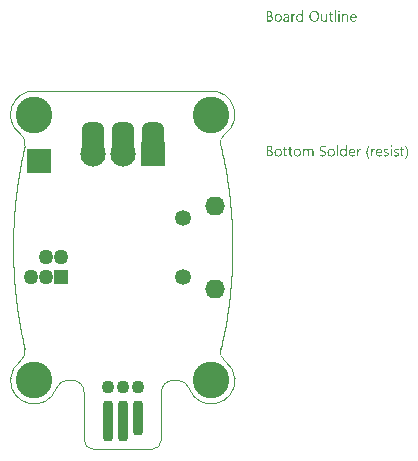
<source format=gbs>
G04*
G04 #@! TF.GenerationSoftware,Altium Limited,Altium Designer,21.9.2 (33)*
G04*
G04 Layer_Color=16711935*
%FSAX25Y25*%
%MOIN*%
G70*
G04*
G04 #@! TF.SameCoordinates,B38DDDDE-E499-4E20-BA9E-D90CFE60B386*
G04*
G04*
G04 #@! TF.FilePolarity,Negative*
G04*
G01*
G75*
%ADD13C,0.00394*%
G04:AMPARAMS|DCode=38|XSize=74.8mil|YSize=116.14mil|CornerRadius=29.17mil|HoleSize=0mil|Usage=FLASHONLY|Rotation=0.000|XOffset=0mil|YOffset=0mil|HoleType=Round|Shape=RoundedRectangle|*
%AMROUNDEDRECTD38*
21,1,0.07480,0.05780,0,0,0.0*
21,1,0.01646,0.11614,0,0,0.0*
1,1,0.05835,0.00823,-0.02890*
1,1,0.05835,-0.00823,-0.02890*
1,1,0.05835,-0.00823,0.02890*
1,1,0.05835,0.00823,0.02890*
%
%ADD38ROUNDEDRECTD38*%
%ADD55C,0.04961*%
%ADD56R,0.04961X0.04961*%
%ADD57C,0.05315*%
%ADD58O,0.06693X0.06299*%
%ADD59R,0.08465X0.08465*%
%ADD60C,0.08465*%
%ADD61C,0.00591*%
%ADD63C,0.12205*%
G04:AMPARAMS|DCode=82|XSize=35.43mil|YSize=135.83mil|CornerRadius=13.82mil|HoleSize=0mil|Usage=FLASHONLY|Rotation=180.000|XOffset=0mil|YOffset=0mil|HoleType=Round|Shape=RoundedRectangle|*
%AMROUNDEDRECTD82*
21,1,0.03543,0.10819,0,0,180.0*
21,1,0.00780,0.13583,0,0,180.0*
1,1,0.02764,-0.00390,0.05409*
1,1,0.02764,0.00390,0.05409*
1,1,0.02764,0.00390,-0.05409*
1,1,0.02764,-0.00390,-0.05409*
%
%ADD82ROUNDEDRECTD82*%
G04:AMPARAMS|DCode=83|XSize=35.43mil|YSize=116.14mil|CornerRadius=13.82mil|HoleSize=0mil|Usage=FLASHONLY|Rotation=180.000|XOffset=0mil|YOffset=0mil|HoleType=Round|Shape=RoundedRectangle|*
%AMROUNDEDRECTD83*
21,1,0.03543,0.08850,0,0,180.0*
21,1,0.00780,0.11614,0,0,180.0*
1,1,0.02764,-0.00390,0.04425*
1,1,0.02764,0.00390,0.04425*
1,1,0.02764,0.00390,-0.04425*
1,1,0.02764,-0.00390,-0.04425*
%
%ADD83ROUNDEDRECTD83*%
%ADD85C,0.04331*%
G36*
X0072142Y0146274D02*
X0072167D01*
X0072223Y0146249D01*
X0072254Y0146231D01*
X0072285Y0146206D01*
X0072291Y0146200D01*
X0072297Y0146194D01*
X0072328Y0146157D01*
X0072353Y0146095D01*
X0072359Y0146057D01*
X0072365Y0146020D01*
Y0146014D01*
Y0146002D01*
X0072359Y0145983D01*
X0072353Y0145958D01*
X0072334Y0145897D01*
X0072309Y0145866D01*
X0072285Y0145835D01*
X0072278D01*
X0072272Y0145822D01*
X0072235Y0145798D01*
X0072179Y0145773D01*
X0072142Y0145767D01*
X0072105Y0145760D01*
X0072086D01*
X0072068Y0145767D01*
X0072043D01*
X0071981Y0145791D01*
X0071950Y0145804D01*
X0071919Y0145828D01*
Y0145835D01*
X0071907Y0145841D01*
X0071895Y0145860D01*
X0071882Y0145878D01*
X0071857Y0145940D01*
X0071851Y0145977D01*
X0071845Y0146020D01*
Y0146027D01*
Y0146039D01*
X0071851Y0146057D01*
X0071857Y0146089D01*
X0071876Y0146144D01*
X0071895Y0146175D01*
X0071919Y0146206D01*
X0071925Y0146212D01*
X0071932Y0146219D01*
X0071969Y0146243D01*
X0072031Y0146268D01*
X0072068Y0146280D01*
X0072124D01*
X0072142Y0146274D01*
D02*
G37*
G36*
X0060152Y0142610D02*
X0059750D01*
Y0143031D01*
X0059737D01*
Y0143024D01*
X0059725Y0143012D01*
X0059706Y0142987D01*
X0059688Y0142956D01*
X0059657Y0142919D01*
X0059620Y0142882D01*
X0059576Y0142839D01*
X0059527Y0142795D01*
X0059471Y0142746D01*
X0059403Y0142703D01*
X0059335Y0142665D01*
X0059255Y0142628D01*
X0059174Y0142597D01*
X0059081Y0142573D01*
X0058982Y0142560D01*
X0058877Y0142554D01*
X0058834D01*
X0058797Y0142560D01*
X0058759Y0142566D01*
X0058710Y0142573D01*
X0058605Y0142597D01*
X0058481Y0142634D01*
X0058357Y0142696D01*
X0058289Y0142734D01*
X0058233Y0142777D01*
X0058171Y0142833D01*
X0058116Y0142888D01*
Y0142894D01*
X0058103Y0142907D01*
X0058091Y0142925D01*
X0058072Y0142950D01*
X0058054Y0142981D01*
X0058029Y0143024D01*
X0058004Y0143074D01*
X0057979Y0143130D01*
X0057948Y0143192D01*
X0057924Y0143260D01*
X0057899Y0143334D01*
X0057880Y0143414D01*
X0057862Y0143501D01*
X0057849Y0143600D01*
X0057843Y0143699D01*
X0057837Y0143804D01*
Y0143811D01*
Y0143829D01*
Y0143866D01*
X0057843Y0143910D01*
X0057849Y0143959D01*
X0057856Y0144021D01*
X0057862Y0144089D01*
X0057874Y0144163D01*
X0057911Y0144324D01*
X0057967Y0144492D01*
X0058004Y0144572D01*
X0058047Y0144652D01*
X0058091Y0144727D01*
X0058147Y0144801D01*
X0058153Y0144807D01*
X0058159Y0144819D01*
X0058178Y0144838D01*
X0058202Y0144863D01*
X0058233Y0144888D01*
X0058276Y0144919D01*
X0058320Y0144956D01*
X0058369Y0144993D01*
X0058493Y0145061D01*
X0058636Y0145123D01*
X0058716Y0145141D01*
X0058803Y0145160D01*
X0058889Y0145172D01*
X0058988Y0145179D01*
X0059038D01*
X0059075Y0145172D01*
X0059112Y0145166D01*
X0059162Y0145160D01*
X0059273Y0145129D01*
X0059397Y0145080D01*
X0059459Y0145049D01*
X0059521Y0145005D01*
X0059583Y0144962D01*
X0059638Y0144906D01*
X0059688Y0144844D01*
X0059737Y0144770D01*
X0059750D01*
Y0146330D01*
X0060152D01*
Y0142610D01*
D02*
G37*
G36*
X0074420Y0145172D02*
X0074494Y0145166D01*
X0074587Y0145148D01*
X0074686Y0145117D01*
X0074792Y0145067D01*
X0074897Y0144999D01*
X0074940Y0144962D01*
X0074983Y0144912D01*
X0074996Y0144900D01*
X0075020Y0144863D01*
X0075051Y0144801D01*
X0075095Y0144714D01*
X0075132Y0144609D01*
X0075169Y0144479D01*
X0075194Y0144324D01*
X0075200Y0144145D01*
Y0142610D01*
X0074798D01*
Y0144040D01*
Y0144046D01*
Y0144077D01*
X0074792Y0144114D01*
Y0144163D01*
X0074779Y0144225D01*
X0074767Y0144293D01*
X0074748Y0144368D01*
X0074723Y0144442D01*
X0074692Y0144516D01*
X0074655Y0144584D01*
X0074606Y0144652D01*
X0074550Y0144714D01*
X0074488Y0144764D01*
X0074408Y0144801D01*
X0074321Y0144832D01*
X0074216Y0144838D01*
X0074203D01*
X0074166Y0144832D01*
X0074111Y0144826D01*
X0074042Y0144807D01*
X0073962Y0144782D01*
X0073875Y0144739D01*
X0073795Y0144683D01*
X0073714Y0144609D01*
X0073708Y0144597D01*
X0073684Y0144572D01*
X0073652Y0144522D01*
X0073615Y0144454D01*
X0073578Y0144374D01*
X0073547Y0144275D01*
X0073523Y0144163D01*
X0073516Y0144040D01*
Y0142610D01*
X0073114D01*
Y0145123D01*
X0073516D01*
Y0144702D01*
X0073529D01*
X0073535Y0144708D01*
X0073541Y0144720D01*
X0073560Y0144745D01*
X0073584Y0144776D01*
X0073609Y0144813D01*
X0073646Y0144851D01*
X0073690Y0144894D01*
X0073739Y0144943D01*
X0073795Y0144987D01*
X0073857Y0145030D01*
X0073925Y0145067D01*
X0073999Y0145104D01*
X0074073Y0145135D01*
X0074160Y0145160D01*
X0074253Y0145172D01*
X0074352Y0145179D01*
X0074389D01*
X0074420Y0145172D01*
D02*
G37*
G36*
X0057422Y0145160D02*
X0057497Y0145154D01*
X0057540Y0145141D01*
X0057571Y0145129D01*
Y0144714D01*
X0057565Y0144720D01*
X0057552Y0144727D01*
X0057528Y0144739D01*
X0057497Y0144758D01*
X0057453Y0144770D01*
X0057398Y0144782D01*
X0057336Y0144789D01*
X0057268Y0144795D01*
X0057255D01*
X0057224Y0144789D01*
X0057175Y0144782D01*
X0057119Y0144764D01*
X0057045Y0144733D01*
X0056977Y0144690D01*
X0056902Y0144628D01*
X0056834Y0144547D01*
X0056828Y0144535D01*
X0056810Y0144504D01*
X0056779Y0144448D01*
X0056748Y0144374D01*
X0056717Y0144281D01*
X0056686Y0144163D01*
X0056667Y0144033D01*
X0056661Y0143885D01*
Y0142610D01*
X0056259D01*
Y0145123D01*
X0056661D01*
Y0144603D01*
X0056673D01*
Y0144609D01*
X0056679Y0144615D01*
X0056692Y0144646D01*
X0056710Y0144696D01*
X0056741Y0144758D01*
X0056772Y0144819D01*
X0056822Y0144888D01*
X0056871Y0144956D01*
X0056933Y0145018D01*
X0056940Y0145024D01*
X0056964Y0145042D01*
X0057001Y0145067D01*
X0057051Y0145092D01*
X0057107Y0145117D01*
X0057175Y0145141D01*
X0057249Y0145160D01*
X0057329Y0145166D01*
X0057385D01*
X0057422Y0145160D01*
D02*
G37*
G36*
X0068162Y0142610D02*
X0067760D01*
Y0143006D01*
X0067747D01*
Y0143000D01*
X0067735Y0142987D01*
X0067722Y0142963D01*
X0067698Y0142938D01*
X0067642Y0142864D01*
X0067555Y0142783D01*
X0067506Y0142740D01*
X0067450Y0142696D01*
X0067388Y0142659D01*
X0067314Y0142622D01*
X0067240Y0142597D01*
X0067159Y0142573D01*
X0067066Y0142560D01*
X0066974Y0142554D01*
X0066936D01*
X0066893Y0142560D01*
X0066831Y0142573D01*
X0066763Y0142585D01*
X0066689Y0142610D01*
X0066608Y0142641D01*
X0066528Y0142690D01*
X0066441Y0142746D01*
X0066361Y0142814D01*
X0066286Y0142901D01*
X0066218Y0143006D01*
X0066156Y0143123D01*
X0066113Y0143266D01*
X0066088Y0143433D01*
X0066076Y0143520D01*
Y0143619D01*
Y0145123D01*
X0066472D01*
Y0143681D01*
Y0143674D01*
Y0143650D01*
X0066478Y0143606D01*
X0066484Y0143557D01*
X0066491Y0143495D01*
X0066503Y0143433D01*
X0066522Y0143359D01*
X0066546Y0143284D01*
X0066584Y0143210D01*
X0066621Y0143142D01*
X0066670Y0143074D01*
X0066732Y0143012D01*
X0066800Y0142963D01*
X0066881Y0142925D01*
X0066980Y0142894D01*
X0067085Y0142888D01*
X0067097D01*
X0067134Y0142894D01*
X0067190Y0142901D01*
X0067252Y0142913D01*
X0067333Y0142944D01*
X0067413Y0142981D01*
X0067493Y0143031D01*
X0067568Y0143105D01*
X0067574Y0143117D01*
X0067599Y0143142D01*
X0067630Y0143192D01*
X0067667Y0143260D01*
X0067698Y0143340D01*
X0067729Y0143439D01*
X0067753Y0143551D01*
X0067760Y0143674D01*
Y0145123D01*
X0068162D01*
Y0142610D01*
D02*
G37*
G36*
X0072297D02*
X0071895D01*
Y0145123D01*
X0072297D01*
Y0142610D01*
D02*
G37*
G36*
X0071078D02*
X0070675D01*
Y0146330D01*
X0071078D01*
Y0142610D01*
D02*
G37*
G36*
X0054699Y0145172D02*
X0054754Y0145166D01*
X0054822Y0145148D01*
X0054897Y0145129D01*
X0054977Y0145098D01*
X0055064Y0145061D01*
X0055144Y0145011D01*
X0055225Y0144949D01*
X0055299Y0144875D01*
X0055367Y0144782D01*
X0055423Y0144677D01*
X0055466Y0144553D01*
X0055491Y0144411D01*
X0055503Y0144244D01*
Y0142610D01*
X0055101D01*
Y0143000D01*
X0055089D01*
Y0142993D01*
X0055076Y0142981D01*
X0055064Y0142956D01*
X0055039Y0142932D01*
X0054977Y0142857D01*
X0054897Y0142777D01*
X0054785Y0142696D01*
X0054655Y0142622D01*
X0054575Y0142597D01*
X0054495Y0142573D01*
X0054408Y0142560D01*
X0054315Y0142554D01*
X0054278D01*
X0054253Y0142560D01*
X0054185Y0142566D01*
X0054105Y0142579D01*
X0054005Y0142604D01*
X0053913Y0142634D01*
X0053814Y0142684D01*
X0053727Y0142746D01*
X0053721Y0142758D01*
X0053696Y0142783D01*
X0053659Y0142826D01*
X0053622Y0142888D01*
X0053584Y0142963D01*
X0053547Y0143049D01*
X0053523Y0143154D01*
X0053516Y0143272D01*
Y0143278D01*
Y0143303D01*
X0053523Y0143340D01*
X0053529Y0143384D01*
X0053541Y0143439D01*
X0053560Y0143501D01*
X0053584Y0143569D01*
X0053622Y0143637D01*
X0053665Y0143711D01*
X0053721Y0143786D01*
X0053789Y0143854D01*
X0053869Y0143916D01*
X0053962Y0143978D01*
X0054074Y0144027D01*
X0054197Y0144064D01*
X0054346Y0144095D01*
X0055101Y0144201D01*
Y0144207D01*
Y0144225D01*
X0055095Y0144262D01*
Y0144300D01*
X0055082Y0144349D01*
X0055076Y0144405D01*
X0055039Y0144522D01*
X0055008Y0144578D01*
X0054977Y0144634D01*
X0054934Y0144690D01*
X0054884Y0144739D01*
X0054822Y0144782D01*
X0054754Y0144813D01*
X0054674Y0144832D01*
X0054581Y0144838D01*
X0054538D01*
X0054507Y0144832D01*
X0054463D01*
X0054420Y0144819D01*
X0054309Y0144801D01*
X0054185Y0144764D01*
X0054049Y0144708D01*
X0053974Y0144671D01*
X0053906Y0144634D01*
X0053832Y0144584D01*
X0053764Y0144529D01*
Y0144943D01*
X0053770D01*
X0053783Y0144956D01*
X0053801Y0144968D01*
X0053832Y0144981D01*
X0053863Y0144999D01*
X0053906Y0145018D01*
X0053956Y0145036D01*
X0054012Y0145061D01*
X0054135Y0145104D01*
X0054284Y0145141D01*
X0054445Y0145166D01*
X0054618Y0145179D01*
X0054655D01*
X0054699Y0145172D01*
D02*
G37*
G36*
X0049010Y0146119D02*
X0049053D01*
X0049097Y0146113D01*
X0049196Y0146101D01*
X0049313Y0146070D01*
X0049437Y0146033D01*
X0049555Y0145977D01*
X0049660Y0145903D01*
X0049666D01*
X0049672Y0145890D01*
X0049703Y0145866D01*
X0049747Y0145816D01*
X0049796Y0145748D01*
X0049840Y0145661D01*
X0049883Y0145562D01*
X0049914Y0145451D01*
X0049926Y0145389D01*
Y0145321D01*
Y0145315D01*
Y0145308D01*
Y0145271D01*
X0049920Y0145216D01*
X0049908Y0145148D01*
X0049889Y0145061D01*
X0049858Y0144974D01*
X0049821Y0144888D01*
X0049765Y0144801D01*
X0049759Y0144789D01*
X0049734Y0144764D01*
X0049697Y0144727D01*
X0049648Y0144677D01*
X0049586Y0144628D01*
X0049512Y0144572D01*
X0049419Y0144529D01*
X0049320Y0144485D01*
Y0144479D01*
X0049338D01*
X0049357Y0144473D01*
X0049375Y0144467D01*
X0049443Y0144454D01*
X0049524Y0144430D01*
X0049611Y0144392D01*
X0049703Y0144349D01*
X0049796Y0144287D01*
X0049883Y0144207D01*
X0049895Y0144194D01*
X0049920Y0144163D01*
X0049951Y0144120D01*
X0049994Y0144052D01*
X0050032Y0143965D01*
X0050069Y0143866D01*
X0050093Y0143749D01*
X0050100Y0143619D01*
Y0143613D01*
Y0143600D01*
Y0143575D01*
X0050093Y0143544D01*
X0050087Y0143507D01*
X0050081Y0143464D01*
X0050056Y0143359D01*
X0050019Y0143241D01*
X0049963Y0143117D01*
X0049926Y0143062D01*
X0049883Y0143000D01*
X0049827Y0142944D01*
X0049771Y0142888D01*
X0049765D01*
X0049759Y0142876D01*
X0049740Y0142864D01*
X0049716Y0142845D01*
X0049685Y0142826D01*
X0049641Y0142802D01*
X0049549Y0142752D01*
X0049431Y0142696D01*
X0049295Y0142653D01*
X0049134Y0142622D01*
X0049053Y0142616D01*
X0048961Y0142610D01*
X0047933D01*
Y0146126D01*
X0048979D01*
X0049010Y0146119D01*
D02*
G37*
G36*
X0069505Y0145123D02*
X0070143D01*
Y0144776D01*
X0069505D01*
Y0143359D01*
Y0143346D01*
Y0143315D01*
X0069511Y0143272D01*
X0069518Y0143216D01*
X0069542Y0143099D01*
X0069561Y0143043D01*
X0069592Y0143000D01*
X0069598Y0142993D01*
X0069610Y0142981D01*
X0069629Y0142969D01*
X0069660Y0142950D01*
X0069697Y0142925D01*
X0069747Y0142913D01*
X0069809Y0142901D01*
X0069877Y0142894D01*
X0069901D01*
X0069932Y0142901D01*
X0069969Y0142907D01*
X0070056Y0142932D01*
X0070100Y0142950D01*
X0070143Y0142975D01*
Y0142628D01*
X0070137D01*
X0070118Y0142616D01*
X0070087Y0142610D01*
X0070044Y0142597D01*
X0069988Y0142585D01*
X0069926Y0142573D01*
X0069852Y0142566D01*
X0069765Y0142560D01*
X0069734D01*
X0069703Y0142566D01*
X0069660Y0142573D01*
X0069610Y0142585D01*
X0069555Y0142597D01*
X0069499Y0142622D01*
X0069437Y0142653D01*
X0069375Y0142690D01*
X0069313Y0142740D01*
X0069258Y0142795D01*
X0069208Y0142870D01*
X0069165Y0142950D01*
X0069134Y0143049D01*
X0069109Y0143161D01*
X0069103Y0143291D01*
Y0144776D01*
X0068676D01*
Y0145123D01*
X0069103D01*
Y0145736D01*
X0069505Y0145866D01*
Y0145123D01*
D02*
G37*
G36*
X0077032Y0145172D02*
X0077076Y0145166D01*
X0077119Y0145160D01*
X0077230Y0145141D01*
X0077354Y0145098D01*
X0077478Y0145042D01*
X0077540Y0145005D01*
X0077602Y0144962D01*
X0077657Y0144912D01*
X0077713Y0144857D01*
X0077719Y0144851D01*
X0077725Y0144844D01*
X0077738Y0144826D01*
X0077757Y0144801D01*
X0077775Y0144764D01*
X0077800Y0144727D01*
X0077825Y0144683D01*
X0077849Y0144628D01*
X0077874Y0144566D01*
X0077899Y0144504D01*
X0077924Y0144430D01*
X0077942Y0144349D01*
X0077961Y0144262D01*
X0077973Y0144176D01*
X0077986Y0144077D01*
Y0143972D01*
Y0143761D01*
X0076209D01*
Y0143755D01*
Y0143743D01*
Y0143724D01*
X0076215Y0143693D01*
X0076221Y0143656D01*
Y0143619D01*
X0076240Y0143520D01*
X0076271Y0143421D01*
X0076308Y0143309D01*
X0076364Y0143204D01*
X0076432Y0143111D01*
X0076444Y0143099D01*
X0076469Y0143074D01*
X0076518Y0143043D01*
X0076587Y0143000D01*
X0076673Y0142956D01*
X0076772Y0142925D01*
X0076890Y0142901D01*
X0077026Y0142888D01*
X0077069D01*
X0077100Y0142894D01*
X0077138D01*
X0077181Y0142901D01*
X0077286Y0142925D01*
X0077404Y0142956D01*
X0077534Y0143006D01*
X0077670Y0143074D01*
X0077738Y0143117D01*
X0077806Y0143167D01*
Y0142789D01*
X0077800D01*
X0077794Y0142777D01*
X0077775Y0142771D01*
X0077744Y0142752D01*
X0077713Y0142734D01*
X0077676Y0142715D01*
X0077627Y0142696D01*
X0077577Y0142672D01*
X0077515Y0142647D01*
X0077447Y0142628D01*
X0077298Y0142591D01*
X0077125Y0142566D01*
X0076933Y0142554D01*
X0076884D01*
X0076847Y0142560D01*
X0076803Y0142566D01*
X0076748Y0142573D01*
X0076630Y0142597D01*
X0076494Y0142634D01*
X0076358Y0142696D01*
X0076289Y0142740D01*
X0076221Y0142783D01*
X0076160Y0142833D01*
X0076098Y0142894D01*
X0076091Y0142901D01*
X0076085Y0142913D01*
X0076073Y0142932D01*
X0076048Y0142956D01*
X0076029Y0142993D01*
X0076005Y0143037D01*
X0075974Y0143086D01*
X0075949Y0143142D01*
X0075918Y0143204D01*
X0075893Y0143278D01*
X0075862Y0143359D01*
X0075844Y0143445D01*
X0075825Y0143538D01*
X0075807Y0143637D01*
X0075800Y0143743D01*
X0075794Y0143854D01*
Y0143860D01*
Y0143879D01*
Y0143910D01*
X0075800Y0143953D01*
X0075807Y0144002D01*
X0075813Y0144058D01*
X0075819Y0144126D01*
X0075838Y0144194D01*
X0075875Y0144343D01*
X0075930Y0144504D01*
X0075968Y0144584D01*
X0076017Y0144659D01*
X0076067Y0144739D01*
X0076122Y0144807D01*
X0076129Y0144813D01*
X0076141Y0144826D01*
X0076160Y0144844D01*
X0076184Y0144863D01*
X0076215Y0144894D01*
X0076252Y0144925D01*
X0076302Y0144956D01*
X0076351Y0144993D01*
X0076469Y0145061D01*
X0076611Y0145123D01*
X0076692Y0145141D01*
X0076772Y0145160D01*
X0076859Y0145172D01*
X0076952Y0145179D01*
X0077001D01*
X0077032Y0145172D01*
D02*
G37*
G36*
X0063990Y0146181D02*
X0064052Y0146175D01*
X0064126Y0146163D01*
X0064207Y0146144D01*
X0064293Y0146126D01*
X0064380Y0146101D01*
X0064479Y0146070D01*
X0064572Y0146027D01*
X0064671Y0145977D01*
X0064770Y0145921D01*
X0064863Y0145853D01*
X0064956Y0145779D01*
X0065042Y0145692D01*
X0065048Y0145686D01*
X0065061Y0145668D01*
X0065086Y0145643D01*
X0065110Y0145606D01*
X0065148Y0145556D01*
X0065185Y0145494D01*
X0065222Y0145426D01*
X0065265Y0145352D01*
X0065308Y0145259D01*
X0065346Y0145166D01*
X0065383Y0145061D01*
X0065420Y0144943D01*
X0065445Y0144826D01*
X0065469Y0144696D01*
X0065482Y0144553D01*
X0065488Y0144411D01*
Y0144399D01*
Y0144374D01*
Y0144331D01*
X0065482Y0144269D01*
X0065475Y0144194D01*
X0065463Y0144114D01*
X0065451Y0144021D01*
X0065432Y0143916D01*
X0065407Y0143811D01*
X0065377Y0143699D01*
X0065339Y0143588D01*
X0065296Y0143476D01*
X0065240Y0143359D01*
X0065178Y0143254D01*
X0065110Y0143148D01*
X0065030Y0143049D01*
X0065024Y0143043D01*
X0065011Y0143031D01*
X0064980Y0143006D01*
X0064949Y0142975D01*
X0064900Y0142932D01*
X0064844Y0142894D01*
X0064782Y0142845D01*
X0064708Y0142802D01*
X0064627Y0142758D01*
X0064535Y0142709D01*
X0064436Y0142672D01*
X0064324Y0142634D01*
X0064207Y0142597D01*
X0064083Y0142573D01*
X0063953Y0142560D01*
X0063810Y0142554D01*
X0063779D01*
X0063736Y0142560D01*
X0063687D01*
X0063625Y0142566D01*
X0063550Y0142579D01*
X0063470Y0142597D01*
X0063377Y0142616D01*
X0063284Y0142641D01*
X0063185Y0142672D01*
X0063086Y0142715D01*
X0062987Y0142758D01*
X0062888Y0142814D01*
X0062789Y0142882D01*
X0062696Y0142956D01*
X0062610Y0143043D01*
X0062603Y0143049D01*
X0062591Y0143068D01*
X0062566Y0143093D01*
X0062542Y0143130D01*
X0062504Y0143179D01*
X0062467Y0143241D01*
X0062430Y0143309D01*
X0062387Y0143390D01*
X0062343Y0143476D01*
X0062306Y0143569D01*
X0062269Y0143674D01*
X0062232Y0143792D01*
X0062207Y0143910D01*
X0062182Y0144040D01*
X0062170Y0144182D01*
X0062164Y0144324D01*
Y0144337D01*
Y0144361D01*
X0062170Y0144405D01*
Y0144467D01*
X0062176Y0144535D01*
X0062189Y0144622D01*
X0062201Y0144714D01*
X0062220Y0144813D01*
X0062244Y0144919D01*
X0062275Y0145030D01*
X0062312Y0145141D01*
X0062356Y0145253D01*
X0062411Y0145364D01*
X0062473Y0145476D01*
X0062542Y0145581D01*
X0062622Y0145680D01*
X0062628Y0145686D01*
X0062641Y0145705D01*
X0062672Y0145729D01*
X0062709Y0145760D01*
X0062752Y0145798D01*
X0062808Y0145841D01*
X0062876Y0145884D01*
X0062950Y0145934D01*
X0063037Y0145983D01*
X0063130Y0146027D01*
X0063228Y0146070D01*
X0063340Y0146107D01*
X0063464Y0146138D01*
X0063594Y0146169D01*
X0063730Y0146181D01*
X0063872Y0146187D01*
X0063940D01*
X0063990Y0146181D01*
D02*
G37*
G36*
X0051963Y0145172D02*
X0052006Y0145166D01*
X0052062Y0145160D01*
X0052186Y0145135D01*
X0052328Y0145092D01*
X0052470Y0145030D01*
X0052545Y0144993D01*
X0052613Y0144949D01*
X0052681Y0144894D01*
X0052743Y0144832D01*
X0052749Y0144826D01*
X0052755Y0144813D01*
X0052774Y0144795D01*
X0052792Y0144770D01*
X0052817Y0144733D01*
X0052842Y0144690D01*
X0052873Y0144640D01*
X0052904Y0144584D01*
X0052928Y0144516D01*
X0052959Y0144448D01*
X0052984Y0144368D01*
X0053009Y0144281D01*
X0053027Y0144188D01*
X0053046Y0144089D01*
X0053052Y0143984D01*
X0053058Y0143872D01*
Y0143866D01*
Y0143848D01*
Y0143817D01*
X0053052Y0143773D01*
X0053046Y0143724D01*
X0053040Y0143662D01*
X0053027Y0143600D01*
X0053015Y0143526D01*
X0052978Y0143377D01*
X0052916Y0143216D01*
X0052879Y0143136D01*
X0052829Y0143055D01*
X0052780Y0142981D01*
X0052718Y0142913D01*
X0052712Y0142907D01*
X0052699Y0142901D01*
X0052681Y0142882D01*
X0052656Y0142857D01*
X0052619Y0142833D01*
X0052582Y0142802D01*
X0052532Y0142764D01*
X0052477Y0142734D01*
X0052415Y0142703D01*
X0052346Y0142665D01*
X0052272Y0142634D01*
X0052192Y0142610D01*
X0052105Y0142585D01*
X0052012Y0142573D01*
X0051913Y0142560D01*
X0051808Y0142554D01*
X0051752D01*
X0051715Y0142560D01*
X0051672Y0142566D01*
X0051616Y0142573D01*
X0051554Y0142585D01*
X0051486Y0142597D01*
X0051344Y0142641D01*
X0051195Y0142703D01*
X0051121Y0142740D01*
X0051053Y0142789D01*
X0050985Y0142839D01*
X0050917Y0142901D01*
X0050910Y0142907D01*
X0050904Y0142919D01*
X0050886Y0142938D01*
X0050867Y0142963D01*
X0050842Y0143000D01*
X0050811Y0143043D01*
X0050780Y0143093D01*
X0050756Y0143148D01*
X0050725Y0143216D01*
X0050694Y0143284D01*
X0050663Y0143359D01*
X0050638Y0143445D01*
X0050601Y0143631D01*
X0050595Y0143730D01*
X0050589Y0143835D01*
Y0143842D01*
Y0143866D01*
Y0143897D01*
X0050595Y0143941D01*
X0050601Y0143990D01*
X0050607Y0144052D01*
X0050620Y0144120D01*
X0050632Y0144194D01*
X0050669Y0144355D01*
X0050731Y0144516D01*
X0050774Y0144597D01*
X0050818Y0144677D01*
X0050867Y0144751D01*
X0050929Y0144819D01*
X0050935Y0144826D01*
X0050948Y0144838D01*
X0050966Y0144851D01*
X0050991Y0144875D01*
X0051028Y0144900D01*
X0051071Y0144931D01*
X0051121Y0144968D01*
X0051177Y0144999D01*
X0051239Y0145030D01*
X0051313Y0145067D01*
X0051387Y0145098D01*
X0051474Y0145123D01*
X0051560Y0145148D01*
X0051659Y0145166D01*
X0051765Y0145172D01*
X0051870Y0145179D01*
X0051926D01*
X0051963Y0145172D01*
D02*
G37*
G36*
X0089573Y0101348D02*
X0089598D01*
X0089654Y0101323D01*
X0089685Y0101304D01*
X0089716Y0101280D01*
X0089722Y0101273D01*
X0089728Y0101267D01*
X0089759Y0101230D01*
X0089784Y0101168D01*
X0089790Y0101131D01*
X0089796Y0101094D01*
Y0101088D01*
Y0101075D01*
X0089790Y0101057D01*
X0089784Y0101032D01*
X0089765Y0100970D01*
X0089740Y0100939D01*
X0089716Y0100908D01*
X0089709D01*
X0089703Y0100896D01*
X0089666Y0100871D01*
X0089610Y0100846D01*
X0089573Y0100840D01*
X0089536Y0100834D01*
X0089517D01*
X0089499Y0100840D01*
X0089474D01*
X0089412Y0100865D01*
X0089381Y0100877D01*
X0089350Y0100902D01*
Y0100908D01*
X0089338Y0100914D01*
X0089326Y0100933D01*
X0089313Y0100952D01*
X0089289Y0101013D01*
X0089282Y0101051D01*
X0089276Y0101094D01*
Y0101100D01*
Y0101112D01*
X0089282Y0101131D01*
X0089289Y0101162D01*
X0089307Y0101218D01*
X0089326Y0101249D01*
X0089350Y0101280D01*
X0089356Y0101286D01*
X0089363Y0101292D01*
X0089400Y0101317D01*
X0089462Y0101341D01*
X0089499Y0101354D01*
X0089555D01*
X0089573Y0101348D01*
D02*
G37*
G36*
X0067004Y0101255D02*
X0067054D01*
X0067165Y0101242D01*
X0067289Y0101230D01*
X0067413Y0101205D01*
X0067531Y0101174D01*
X0067580Y0101156D01*
X0067630Y0101131D01*
Y0100667D01*
X0067624D01*
X0067617Y0100679D01*
X0067599Y0100685D01*
X0067574Y0100704D01*
X0067543Y0100716D01*
X0067506Y0100735D01*
X0067413Y0100778D01*
X0067302Y0100815D01*
X0067165Y0100853D01*
X0067004Y0100877D01*
X0066831Y0100883D01*
X0066782D01*
X0066745Y0100877D01*
X0066707D01*
X0066658Y0100871D01*
X0066559Y0100853D01*
X0066553D01*
X0066534Y0100846D01*
X0066509Y0100840D01*
X0066478Y0100834D01*
X0066404Y0100803D01*
X0066317Y0100766D01*
X0066311D01*
X0066299Y0100753D01*
X0066280Y0100741D01*
X0066255Y0100723D01*
X0066200Y0100667D01*
X0066144Y0100599D01*
Y0100593D01*
X0066132Y0100580D01*
X0066126Y0100562D01*
X0066113Y0100531D01*
X0066101Y0100494D01*
X0066094Y0100456D01*
X0066082Y0100357D01*
Y0100351D01*
Y0100332D01*
Y0100308D01*
X0066088Y0100277D01*
X0066101Y0100203D01*
X0066132Y0100122D01*
Y0100116D01*
X0066144Y0100103D01*
X0066150Y0100085D01*
X0066169Y0100060D01*
X0066218Y0100004D01*
X0066280Y0099943D01*
X0066286Y0099936D01*
X0066299Y0099930D01*
X0066317Y0099912D01*
X0066348Y0099893D01*
X0066386Y0099868D01*
X0066423Y0099844D01*
X0066522Y0099782D01*
X0066528Y0099775D01*
X0066546Y0099769D01*
X0066577Y0099751D01*
X0066615Y0099732D01*
X0066664Y0099707D01*
X0066720Y0099683D01*
X0066843Y0099621D01*
X0066850Y0099615D01*
X0066874Y0099602D01*
X0066912Y0099584D01*
X0066961Y0099559D01*
X0067017Y0099534D01*
X0067079Y0099497D01*
X0067203Y0099423D01*
X0067209Y0099416D01*
X0067234Y0099404D01*
X0067264Y0099385D01*
X0067308Y0099354D01*
X0067401Y0099280D01*
X0067500Y0099194D01*
X0067506Y0099187D01*
X0067524Y0099175D01*
X0067543Y0099144D01*
X0067574Y0099113D01*
X0067605Y0099070D01*
X0067642Y0099026D01*
X0067704Y0098915D01*
X0067710Y0098909D01*
X0067716Y0098890D01*
X0067729Y0098859D01*
X0067741Y0098816D01*
X0067753Y0098766D01*
X0067766Y0098705D01*
X0067778Y0098643D01*
Y0098568D01*
Y0098556D01*
Y0098525D01*
X0067772Y0098475D01*
X0067766Y0098414D01*
X0067753Y0098346D01*
X0067735Y0098271D01*
X0067710Y0098197D01*
X0067673Y0098129D01*
X0067667Y0098123D01*
X0067654Y0098098D01*
X0067630Y0098067D01*
X0067605Y0098024D01*
X0067562Y0097980D01*
X0067518Y0097931D01*
X0067462Y0097881D01*
X0067401Y0097832D01*
X0067394Y0097826D01*
X0067370Y0097813D01*
X0067333Y0097795D01*
X0067283Y0097770D01*
X0067227Y0097745D01*
X0067159Y0097720D01*
X0067079Y0097696D01*
X0066998Y0097677D01*
X0066986D01*
X0066961Y0097671D01*
X0066918Y0097665D01*
X0066856Y0097652D01*
X0066788Y0097646D01*
X0066707Y0097634D01*
X0066621Y0097628D01*
X0066472D01*
X0066404Y0097634D01*
X0066317Y0097640D01*
X0066299D01*
X0066274Y0097646D01*
X0066243Y0097652D01*
X0066163Y0097658D01*
X0066070Y0097677D01*
X0066064D01*
X0066045Y0097683D01*
X0066020Y0097689D01*
X0065989Y0097696D01*
X0065915Y0097714D01*
X0065828Y0097739D01*
X0065822D01*
X0065810Y0097745D01*
X0065791Y0097751D01*
X0065766Y0097764D01*
X0065705Y0097788D01*
X0065643Y0097826D01*
Y0098308D01*
X0065649Y0098302D01*
X0065661Y0098296D01*
X0065674Y0098284D01*
X0065698Y0098265D01*
X0065766Y0098222D01*
X0065847Y0098172D01*
X0065853D01*
X0065865Y0098166D01*
X0065890Y0098154D01*
X0065921Y0098141D01*
X0066002Y0098104D01*
X0066088Y0098073D01*
X0066094D01*
X0066113Y0098067D01*
X0066138Y0098061D01*
X0066169Y0098055D01*
X0066255Y0098030D01*
X0066348Y0098011D01*
X0066373D01*
X0066398Y0098005D01*
X0066429D01*
X0066503Y0097999D01*
X0066590Y0097993D01*
X0066652D01*
X0066720Y0097999D01*
X0066806Y0098011D01*
X0066899Y0098024D01*
X0066992Y0098048D01*
X0067079Y0098086D01*
X0067159Y0098129D01*
X0067165Y0098135D01*
X0067190Y0098154D01*
X0067221Y0098191D01*
X0067252Y0098234D01*
X0067289Y0098290D01*
X0067314Y0098364D01*
X0067339Y0098445D01*
X0067345Y0098537D01*
Y0098544D01*
Y0098562D01*
Y0098587D01*
X0067339Y0098624D01*
X0067320Y0098705D01*
X0067283Y0098785D01*
Y0098791D01*
X0067271Y0098804D01*
X0067258Y0098822D01*
X0067240Y0098847D01*
X0067184Y0098909D01*
X0067110Y0098977D01*
X0067103Y0098983D01*
X0067091Y0098996D01*
X0067066Y0099008D01*
X0067035Y0099033D01*
X0066998Y0099057D01*
X0066955Y0099088D01*
X0066850Y0099144D01*
X0066843Y0099150D01*
X0066825Y0099156D01*
X0066794Y0099175D01*
X0066751Y0099194D01*
X0066707Y0099225D01*
X0066652Y0099249D01*
X0066522Y0099317D01*
X0066515Y0099324D01*
X0066491Y0099336D01*
X0066453Y0099354D01*
X0066410Y0099373D01*
X0066361Y0099404D01*
X0066305Y0099435D01*
X0066181Y0099503D01*
X0066175Y0099509D01*
X0066156Y0099522D01*
X0066126Y0099540D01*
X0066088Y0099565D01*
X0065996Y0099633D01*
X0065903Y0099713D01*
X0065896Y0099720D01*
X0065884Y0099732D01*
X0065859Y0099757D01*
X0065834Y0099788D01*
X0065804Y0099831D01*
X0065773Y0099875D01*
X0065717Y0099973D01*
Y0099980D01*
X0065705Y0099998D01*
X0065698Y0100029D01*
X0065686Y0100073D01*
X0065674Y0100122D01*
X0065661Y0100184D01*
X0065655Y0100246D01*
X0065649Y0100320D01*
Y0100332D01*
Y0100364D01*
X0065655Y0100407D01*
X0065661Y0100462D01*
X0065674Y0100531D01*
X0065692Y0100599D01*
X0065717Y0100667D01*
X0065754Y0100735D01*
X0065760Y0100741D01*
X0065773Y0100766D01*
X0065797Y0100797D01*
X0065828Y0100840D01*
X0065865Y0100883D01*
X0065915Y0100933D01*
X0065971Y0100982D01*
X0066033Y0101026D01*
X0066039Y0101032D01*
X0066064Y0101044D01*
X0066101Y0101069D01*
X0066144Y0101094D01*
X0066206Y0101119D01*
X0066268Y0101150D01*
X0066342Y0101174D01*
X0066423Y0101199D01*
X0066435D01*
X0066460Y0101212D01*
X0066503Y0101218D01*
X0066565Y0101230D01*
X0066633Y0101242D01*
X0066707Y0101249D01*
X0066874Y0101261D01*
X0066961D01*
X0067004Y0101255D01*
D02*
G37*
G36*
X0074736Y0097683D02*
X0074333D01*
Y0098104D01*
X0074321D01*
Y0098098D01*
X0074309Y0098086D01*
X0074290Y0098061D01*
X0074272Y0098030D01*
X0074241Y0097993D01*
X0074203Y0097956D01*
X0074160Y0097912D01*
X0074111Y0097869D01*
X0074055Y0097819D01*
X0073987Y0097776D01*
X0073919Y0097739D01*
X0073838Y0097702D01*
X0073758Y0097671D01*
X0073665Y0097646D01*
X0073566Y0097634D01*
X0073461Y0097628D01*
X0073417D01*
X0073380Y0097634D01*
X0073343Y0097640D01*
X0073294Y0097646D01*
X0073188Y0097671D01*
X0073065Y0097708D01*
X0072941Y0097770D01*
X0072873Y0097807D01*
X0072817Y0097850D01*
X0072755Y0097906D01*
X0072699Y0097962D01*
Y0097968D01*
X0072687Y0097980D01*
X0072675Y0097999D01*
X0072656Y0098024D01*
X0072637Y0098055D01*
X0072613Y0098098D01*
X0072588Y0098147D01*
X0072563Y0098203D01*
X0072532Y0098265D01*
X0072507Y0098333D01*
X0072483Y0098407D01*
X0072464Y0098488D01*
X0072445Y0098575D01*
X0072433Y0098674D01*
X0072427Y0098773D01*
X0072421Y0098878D01*
Y0098884D01*
Y0098903D01*
Y0098940D01*
X0072427Y0098983D01*
X0072433Y0099033D01*
X0072439Y0099094D01*
X0072445Y0099163D01*
X0072458Y0099237D01*
X0072495Y0099398D01*
X0072551Y0099565D01*
X0072588Y0099645D01*
X0072631Y0099726D01*
X0072675Y0099800D01*
X0072730Y0099875D01*
X0072736Y0099881D01*
X0072743Y0099893D01*
X0072761Y0099912D01*
X0072786Y0099936D01*
X0072817Y0099961D01*
X0072860Y0099992D01*
X0072904Y0100029D01*
X0072953Y0100066D01*
X0073077Y0100135D01*
X0073219Y0100196D01*
X0073300Y0100215D01*
X0073386Y0100233D01*
X0073473Y0100246D01*
X0073572Y0100252D01*
X0073622D01*
X0073659Y0100246D01*
X0073696Y0100240D01*
X0073745Y0100233D01*
X0073857Y0100203D01*
X0073981Y0100153D01*
X0074042Y0100122D01*
X0074104Y0100079D01*
X0074166Y0100035D01*
X0074222Y0099980D01*
X0074272Y0099918D01*
X0074321Y0099844D01*
X0074333D01*
Y0101403D01*
X0074736D01*
Y0097683D01*
D02*
G37*
G36*
X0091480Y0100246D02*
X0091560Y0100240D01*
X0091647Y0100227D01*
X0091746Y0100203D01*
X0091845Y0100178D01*
X0091944Y0100141D01*
Y0099732D01*
X0091932Y0099738D01*
X0091894Y0099763D01*
X0091839Y0099788D01*
X0091764Y0099825D01*
X0091672Y0099856D01*
X0091560Y0099887D01*
X0091436Y0099905D01*
X0091306Y0099912D01*
X0091238D01*
X0091176Y0099899D01*
X0091102Y0099887D01*
X0091096D01*
X0091090Y0099881D01*
X0091053Y0099868D01*
X0091003Y0099844D01*
X0090947Y0099813D01*
X0090935Y0099806D01*
X0090910Y0099782D01*
X0090879Y0099744D01*
X0090848Y0099701D01*
X0090842Y0099689D01*
X0090830Y0099658D01*
X0090817Y0099615D01*
X0090811Y0099559D01*
Y0099553D01*
Y0099540D01*
Y0099522D01*
X0090817Y0099503D01*
X0090830Y0099447D01*
X0090848Y0099392D01*
X0090855Y0099379D01*
X0090873Y0099354D01*
X0090910Y0099317D01*
X0090954Y0099274D01*
X0090960D01*
X0090966Y0099268D01*
X0091003Y0099243D01*
X0091053Y0099212D01*
X0091121Y0099181D01*
X0091127D01*
X0091139Y0099175D01*
X0091158Y0099169D01*
X0091189Y0099156D01*
X0091257Y0099132D01*
X0091343Y0099094D01*
X0091350D01*
X0091374Y0099082D01*
X0091405Y0099070D01*
X0091443Y0099057D01*
X0091542Y0099014D01*
X0091641Y0098965D01*
X0091647D01*
X0091665Y0098952D01*
X0091690Y0098940D01*
X0091721Y0098921D01*
X0091795Y0098872D01*
X0091870Y0098810D01*
X0091876Y0098804D01*
X0091888Y0098797D01*
X0091901Y0098779D01*
X0091925Y0098754D01*
X0091969Y0098692D01*
X0092012Y0098612D01*
Y0098606D01*
X0092018Y0098593D01*
X0092031Y0098568D01*
X0092037Y0098537D01*
X0092049Y0098500D01*
X0092055Y0098457D01*
X0092062Y0098352D01*
Y0098346D01*
Y0098321D01*
X0092055Y0098284D01*
X0092049Y0098240D01*
X0092043Y0098191D01*
X0092024Y0098135D01*
X0092006Y0098086D01*
X0091975Y0098030D01*
X0091969Y0098024D01*
X0091962Y0098005D01*
X0091944Y0097980D01*
X0091919Y0097949D01*
X0091888Y0097912D01*
X0091851Y0097875D01*
X0091758Y0097801D01*
X0091752Y0097795D01*
X0091733Y0097788D01*
X0091709Y0097770D01*
X0091665Y0097751D01*
X0091622Y0097727D01*
X0091566Y0097708D01*
X0091511Y0097689D01*
X0091443Y0097671D01*
X0091436D01*
X0091412Y0097665D01*
X0091374Y0097658D01*
X0091331Y0097652D01*
X0091269Y0097640D01*
X0091207Y0097634D01*
X0091065Y0097628D01*
X0091003D01*
X0090929Y0097634D01*
X0090836Y0097646D01*
X0090731Y0097665D01*
X0090619Y0097689D01*
X0090508Y0097720D01*
X0090396Y0097770D01*
Y0098203D01*
X0090403D01*
X0090409Y0098191D01*
X0090427Y0098178D01*
X0090452Y0098166D01*
X0090520Y0098129D01*
X0090613Y0098086D01*
X0090718Y0098036D01*
X0090842Y0097999D01*
X0090978Y0097974D01*
X0091121Y0097962D01*
X0091170D01*
X0091201Y0097968D01*
X0091288Y0097980D01*
X0091387Y0098005D01*
X0091480Y0098048D01*
X0091523Y0098079D01*
X0091566Y0098110D01*
X0091597Y0098154D01*
X0091622Y0098197D01*
X0091641Y0098253D01*
X0091647Y0098315D01*
Y0098321D01*
Y0098333D01*
Y0098352D01*
X0091641Y0098370D01*
X0091628Y0098426D01*
X0091603Y0098482D01*
Y0098488D01*
X0091597Y0098494D01*
X0091573Y0098525D01*
X0091535Y0098568D01*
X0091480Y0098606D01*
X0091474D01*
X0091467Y0098618D01*
X0091430Y0098637D01*
X0091374Y0098674D01*
X0091300Y0098705D01*
X0091294D01*
X0091282Y0098711D01*
X0091263Y0098723D01*
X0091232Y0098735D01*
X0091164Y0098760D01*
X0091077Y0098797D01*
X0091071D01*
X0091046Y0098810D01*
X0091015Y0098822D01*
X0090978Y0098835D01*
X0090879Y0098878D01*
X0090780Y0098927D01*
X0090774Y0098934D01*
X0090762Y0098940D01*
X0090737Y0098952D01*
X0090706Y0098971D01*
X0090638Y0099020D01*
X0090570Y0099076D01*
X0090564Y0099082D01*
X0090557Y0099088D01*
X0090539Y0099107D01*
X0090520Y0099132D01*
X0090477Y0099194D01*
X0090440Y0099268D01*
Y0099274D01*
X0090434Y0099286D01*
X0090427Y0099311D01*
X0090421Y0099342D01*
X0090415Y0099379D01*
X0090409Y0099423D01*
X0090403Y0099528D01*
Y0099534D01*
Y0099559D01*
X0090409Y0099590D01*
X0090415Y0099633D01*
X0090421Y0099683D01*
X0090440Y0099732D01*
X0090458Y0099788D01*
X0090483Y0099837D01*
X0090489Y0099844D01*
X0090496Y0099862D01*
X0090514Y0099887D01*
X0090539Y0099918D01*
X0090607Y0099992D01*
X0090694Y0100066D01*
X0090700Y0100073D01*
X0090718Y0100079D01*
X0090743Y0100097D01*
X0090786Y0100116D01*
X0090830Y0100141D01*
X0090879Y0100165D01*
X0091003Y0100203D01*
X0091009D01*
X0091034Y0100209D01*
X0091065Y0100221D01*
X0091114Y0100227D01*
X0091164Y0100240D01*
X0091226Y0100246D01*
X0091362Y0100252D01*
X0091418D01*
X0091480Y0100246D01*
D02*
G37*
G36*
X0088125D02*
X0088205Y0100240D01*
X0088292Y0100227D01*
X0088391Y0100203D01*
X0088490Y0100178D01*
X0088589Y0100141D01*
Y0099732D01*
X0088577Y0099738D01*
X0088539Y0099763D01*
X0088484Y0099788D01*
X0088410Y0099825D01*
X0088317Y0099856D01*
X0088205Y0099887D01*
X0088081Y0099905D01*
X0087951Y0099912D01*
X0087883D01*
X0087821Y0099899D01*
X0087747Y0099887D01*
X0087741D01*
X0087735Y0099881D01*
X0087698Y0099868D01*
X0087648Y0099844D01*
X0087592Y0099813D01*
X0087580Y0099806D01*
X0087555Y0099782D01*
X0087524Y0099744D01*
X0087493Y0099701D01*
X0087487Y0099689D01*
X0087475Y0099658D01*
X0087462Y0099615D01*
X0087456Y0099559D01*
Y0099553D01*
Y0099540D01*
Y0099522D01*
X0087462Y0099503D01*
X0087475Y0099447D01*
X0087493Y0099392D01*
X0087499Y0099379D01*
X0087518Y0099354D01*
X0087555Y0099317D01*
X0087599Y0099274D01*
X0087605D01*
X0087611Y0099268D01*
X0087648Y0099243D01*
X0087698Y0099212D01*
X0087766Y0099181D01*
X0087772D01*
X0087784Y0099175D01*
X0087803Y0099169D01*
X0087834Y0099156D01*
X0087902Y0099132D01*
X0087989Y0099094D01*
X0087995D01*
X0088020Y0099082D01*
X0088051Y0099070D01*
X0088088Y0099057D01*
X0088187Y0099014D01*
X0088286Y0098965D01*
X0088292D01*
X0088310Y0098952D01*
X0088335Y0098940D01*
X0088366Y0098921D01*
X0088440Y0098872D01*
X0088515Y0098810D01*
X0088521Y0098804D01*
X0088533Y0098797D01*
X0088546Y0098779D01*
X0088570Y0098754D01*
X0088614Y0098692D01*
X0088657Y0098612D01*
Y0098606D01*
X0088663Y0098593D01*
X0088676Y0098568D01*
X0088682Y0098537D01*
X0088694Y0098500D01*
X0088700Y0098457D01*
X0088707Y0098352D01*
Y0098346D01*
Y0098321D01*
X0088700Y0098284D01*
X0088694Y0098240D01*
X0088688Y0098191D01*
X0088669Y0098135D01*
X0088651Y0098086D01*
X0088620Y0098030D01*
X0088614Y0098024D01*
X0088608Y0098005D01*
X0088589Y0097980D01*
X0088564Y0097949D01*
X0088533Y0097912D01*
X0088496Y0097875D01*
X0088403Y0097801D01*
X0088397Y0097795D01*
X0088379Y0097788D01*
X0088354Y0097770D01*
X0088310Y0097751D01*
X0088267Y0097727D01*
X0088211Y0097708D01*
X0088156Y0097689D01*
X0088088Y0097671D01*
X0088081D01*
X0088057Y0097665D01*
X0088020Y0097658D01*
X0087976Y0097652D01*
X0087914Y0097640D01*
X0087852Y0097634D01*
X0087710Y0097628D01*
X0087648D01*
X0087574Y0097634D01*
X0087481Y0097646D01*
X0087376Y0097665D01*
X0087264Y0097689D01*
X0087153Y0097720D01*
X0087041Y0097770D01*
Y0098203D01*
X0087048D01*
X0087054Y0098191D01*
X0087072Y0098178D01*
X0087097Y0098166D01*
X0087165Y0098129D01*
X0087258Y0098086D01*
X0087363Y0098036D01*
X0087487Y0097999D01*
X0087623Y0097974D01*
X0087766Y0097962D01*
X0087815D01*
X0087846Y0097968D01*
X0087933Y0097980D01*
X0088032Y0098005D01*
X0088125Y0098048D01*
X0088168Y0098079D01*
X0088211Y0098110D01*
X0088242Y0098154D01*
X0088267Y0098197D01*
X0088286Y0098253D01*
X0088292Y0098315D01*
Y0098321D01*
Y0098333D01*
Y0098352D01*
X0088286Y0098370D01*
X0088273Y0098426D01*
X0088248Y0098482D01*
Y0098488D01*
X0088242Y0098494D01*
X0088218Y0098525D01*
X0088180Y0098568D01*
X0088125Y0098606D01*
X0088118D01*
X0088112Y0098618D01*
X0088075Y0098637D01*
X0088020Y0098674D01*
X0087945Y0098705D01*
X0087939D01*
X0087927Y0098711D01*
X0087908Y0098723D01*
X0087877Y0098735D01*
X0087809Y0098760D01*
X0087722Y0098797D01*
X0087716D01*
X0087691Y0098810D01*
X0087660Y0098822D01*
X0087623Y0098835D01*
X0087524Y0098878D01*
X0087425Y0098927D01*
X0087419Y0098934D01*
X0087407Y0098940D01*
X0087382Y0098952D01*
X0087351Y0098971D01*
X0087283Y0099020D01*
X0087215Y0099076D01*
X0087209Y0099082D01*
X0087202Y0099088D01*
X0087184Y0099107D01*
X0087165Y0099132D01*
X0087122Y0099194D01*
X0087085Y0099268D01*
Y0099274D01*
X0087079Y0099286D01*
X0087072Y0099311D01*
X0087066Y0099342D01*
X0087060Y0099379D01*
X0087054Y0099423D01*
X0087048Y0099528D01*
Y0099534D01*
Y0099559D01*
X0087054Y0099590D01*
X0087060Y0099633D01*
X0087066Y0099683D01*
X0087085Y0099732D01*
X0087103Y0099788D01*
X0087128Y0099837D01*
X0087134Y0099844D01*
X0087141Y0099862D01*
X0087159Y0099887D01*
X0087184Y0099918D01*
X0087252Y0099992D01*
X0087339Y0100066D01*
X0087345Y0100073D01*
X0087363Y0100079D01*
X0087388Y0100097D01*
X0087431Y0100116D01*
X0087475Y0100141D01*
X0087524Y0100165D01*
X0087648Y0100203D01*
X0087654D01*
X0087679Y0100209D01*
X0087710Y0100221D01*
X0087760Y0100227D01*
X0087809Y0100240D01*
X0087871Y0100246D01*
X0088007Y0100252D01*
X0088063D01*
X0088125Y0100246D01*
D02*
G37*
G36*
X0062870D02*
X0062925Y0100233D01*
X0062987Y0100221D01*
X0063055Y0100196D01*
X0063136Y0100165D01*
X0063210Y0100122D01*
X0063290Y0100073D01*
X0063365Y0100004D01*
X0063433Y0099918D01*
X0063495Y0099819D01*
X0063550Y0099707D01*
X0063588Y0099565D01*
X0063618Y0099410D01*
X0063625Y0099231D01*
Y0097683D01*
X0063222D01*
Y0099125D01*
Y0099132D01*
Y0099144D01*
Y0099163D01*
Y0099194D01*
X0063216Y0099268D01*
X0063204Y0099354D01*
X0063191Y0099454D01*
X0063167Y0099553D01*
X0063136Y0099645D01*
X0063092Y0099726D01*
X0063086Y0099732D01*
X0063068Y0099757D01*
X0063037Y0099788D01*
X0062987Y0099819D01*
X0062931Y0099856D01*
X0062857Y0099881D01*
X0062764Y0099905D01*
X0062659Y0099912D01*
X0062647D01*
X0062616Y0099905D01*
X0062566Y0099899D01*
X0062504Y0099881D01*
X0062436Y0099856D01*
X0062362Y0099813D01*
X0062288Y0099757D01*
X0062220Y0099676D01*
X0062213Y0099664D01*
X0062195Y0099633D01*
X0062164Y0099584D01*
X0062133Y0099515D01*
X0062096Y0099435D01*
X0062071Y0099342D01*
X0062046Y0099231D01*
X0062040Y0099113D01*
Y0097683D01*
X0061638D01*
Y0099175D01*
Y0099181D01*
Y0099206D01*
X0061632Y0099243D01*
Y0099293D01*
X0061619Y0099348D01*
X0061607Y0099410D01*
X0061588Y0099472D01*
X0061570Y0099546D01*
X0061539Y0099615D01*
X0061501Y0099676D01*
X0061452Y0099738D01*
X0061396Y0099794D01*
X0061334Y0099844D01*
X0061254Y0099881D01*
X0061167Y0099905D01*
X0061068Y0099912D01*
X0061056D01*
X0061025Y0099905D01*
X0060975Y0099899D01*
X0060913Y0099887D01*
X0060845Y0099856D01*
X0060771Y0099819D01*
X0060697Y0099763D01*
X0060629Y0099689D01*
X0060623Y0099676D01*
X0060604Y0099652D01*
X0060573Y0099602D01*
X0060542Y0099534D01*
X0060511Y0099454D01*
X0060480Y0099354D01*
X0060462Y0099243D01*
X0060455Y0099113D01*
Y0097683D01*
X0060053D01*
Y0100196D01*
X0060455D01*
Y0099794D01*
X0060468D01*
X0060474Y0099800D01*
X0060480Y0099813D01*
X0060499Y0099837D01*
X0060517Y0099868D01*
X0060579Y0099936D01*
X0060666Y0100023D01*
X0060777Y0100110D01*
X0060907Y0100178D01*
X0060988Y0100209D01*
X0061068Y0100233D01*
X0061155Y0100246D01*
X0061248Y0100252D01*
X0061291D01*
X0061341Y0100246D01*
X0061402Y0100233D01*
X0061471Y0100215D01*
X0061545Y0100190D01*
X0061619Y0100159D01*
X0061693Y0100110D01*
X0061700Y0100103D01*
X0061724Y0100085D01*
X0061755Y0100054D01*
X0061799Y0100011D01*
X0061842Y0099955D01*
X0061885Y0099893D01*
X0061929Y0099819D01*
X0061960Y0099732D01*
X0061966Y0099738D01*
X0061972Y0099757D01*
X0061990Y0099782D01*
X0062009Y0099813D01*
X0062040Y0099856D01*
X0062077Y0099899D01*
X0062120Y0099943D01*
X0062170Y0099992D01*
X0062226Y0100042D01*
X0062288Y0100085D01*
X0062356Y0100135D01*
X0062430Y0100172D01*
X0062511Y0100203D01*
X0062597Y0100227D01*
X0062696Y0100246D01*
X0062795Y0100252D01*
X0062832D01*
X0062870Y0100246D01*
D02*
G37*
G36*
X0083977Y0100233D02*
X0084052Y0100227D01*
X0084095Y0100215D01*
X0084126Y0100203D01*
Y0099788D01*
X0084120Y0099794D01*
X0084107Y0099800D01*
X0084083Y0099813D01*
X0084052Y0099831D01*
X0084008Y0099844D01*
X0083953Y0099856D01*
X0083891Y0099862D01*
X0083823Y0099868D01*
X0083810D01*
X0083779Y0099862D01*
X0083730Y0099856D01*
X0083674Y0099837D01*
X0083600Y0099806D01*
X0083532Y0099763D01*
X0083457Y0099701D01*
X0083389Y0099621D01*
X0083383Y0099608D01*
X0083365Y0099577D01*
X0083334Y0099522D01*
X0083303Y0099447D01*
X0083272Y0099354D01*
X0083241Y0099237D01*
X0083222Y0099107D01*
X0083216Y0098958D01*
Y0097683D01*
X0082814D01*
Y0100196D01*
X0083216D01*
Y0099676D01*
X0083228D01*
Y0099683D01*
X0083235Y0099689D01*
X0083247Y0099720D01*
X0083266Y0099769D01*
X0083297Y0099831D01*
X0083328Y0099893D01*
X0083377Y0099961D01*
X0083426Y0100029D01*
X0083488Y0100091D01*
X0083495Y0100097D01*
X0083519Y0100116D01*
X0083556Y0100141D01*
X0083606Y0100165D01*
X0083662Y0100190D01*
X0083730Y0100215D01*
X0083804Y0100233D01*
X0083885Y0100240D01*
X0083940D01*
X0083977Y0100233D01*
D02*
G37*
G36*
X0079341D02*
X0079415Y0100227D01*
X0079459Y0100215D01*
X0079490Y0100203D01*
Y0099788D01*
X0079483Y0099794D01*
X0079471Y0099800D01*
X0079446Y0099813D01*
X0079415Y0099831D01*
X0079372Y0099844D01*
X0079316Y0099856D01*
X0079255Y0099862D01*
X0079186Y0099868D01*
X0079174D01*
X0079143Y0099862D01*
X0079093Y0099856D01*
X0079038Y0099837D01*
X0078964Y0099806D01*
X0078895Y0099763D01*
X0078821Y0099701D01*
X0078753Y0099621D01*
X0078747Y0099608D01*
X0078728Y0099577D01*
X0078697Y0099522D01*
X0078666Y0099447D01*
X0078636Y0099354D01*
X0078605Y0099237D01*
X0078586Y0099107D01*
X0078580Y0098958D01*
Y0097683D01*
X0078177D01*
Y0100196D01*
X0078580D01*
Y0099676D01*
X0078592D01*
Y0099683D01*
X0078598Y0099689D01*
X0078611Y0099720D01*
X0078629Y0099769D01*
X0078660Y0099831D01*
X0078691Y0099893D01*
X0078741Y0099961D01*
X0078790Y0100029D01*
X0078852Y0100091D01*
X0078858Y0100097D01*
X0078883Y0100116D01*
X0078920Y0100141D01*
X0078970Y0100165D01*
X0079025Y0100190D01*
X0079093Y0100215D01*
X0079168Y0100233D01*
X0079248Y0100240D01*
X0079304D01*
X0079341Y0100233D01*
D02*
G37*
G36*
X0089728Y0097683D02*
X0089326D01*
Y0100196D01*
X0089728D01*
Y0097683D01*
D02*
G37*
G36*
X0071771D02*
X0071368D01*
Y0101403D01*
X0071771D01*
Y0097683D01*
D02*
G37*
G36*
X0049010Y0101193D02*
X0049053D01*
X0049097Y0101187D01*
X0049196Y0101174D01*
X0049313Y0101143D01*
X0049437Y0101106D01*
X0049555Y0101051D01*
X0049660Y0100976D01*
X0049666D01*
X0049672Y0100964D01*
X0049703Y0100939D01*
X0049747Y0100890D01*
X0049796Y0100821D01*
X0049840Y0100735D01*
X0049883Y0100636D01*
X0049914Y0100524D01*
X0049926Y0100462D01*
Y0100394D01*
Y0100388D01*
Y0100382D01*
Y0100345D01*
X0049920Y0100289D01*
X0049908Y0100221D01*
X0049889Y0100135D01*
X0049858Y0100048D01*
X0049821Y0099961D01*
X0049765Y0099875D01*
X0049759Y0099862D01*
X0049734Y0099837D01*
X0049697Y0099800D01*
X0049648Y0099751D01*
X0049586Y0099701D01*
X0049512Y0099645D01*
X0049419Y0099602D01*
X0049320Y0099559D01*
Y0099553D01*
X0049338D01*
X0049357Y0099546D01*
X0049375Y0099540D01*
X0049443Y0099528D01*
X0049524Y0099503D01*
X0049611Y0099466D01*
X0049703Y0099423D01*
X0049796Y0099361D01*
X0049883Y0099280D01*
X0049895Y0099268D01*
X0049920Y0099237D01*
X0049951Y0099194D01*
X0049994Y0099125D01*
X0050032Y0099039D01*
X0050069Y0098940D01*
X0050093Y0098822D01*
X0050100Y0098692D01*
Y0098686D01*
Y0098674D01*
Y0098649D01*
X0050093Y0098618D01*
X0050087Y0098581D01*
X0050081Y0098537D01*
X0050056Y0098432D01*
X0050019Y0098315D01*
X0049963Y0098191D01*
X0049926Y0098135D01*
X0049883Y0098073D01*
X0049827Y0098018D01*
X0049771Y0097962D01*
X0049765D01*
X0049759Y0097949D01*
X0049740Y0097937D01*
X0049716Y0097918D01*
X0049685Y0097900D01*
X0049641Y0097875D01*
X0049549Y0097826D01*
X0049431Y0097770D01*
X0049295Y0097727D01*
X0049134Y0097696D01*
X0049053Y0097689D01*
X0048961Y0097683D01*
X0047933D01*
Y0101199D01*
X0048979D01*
X0049010Y0101193D01*
D02*
G37*
G36*
X0093213Y0100196D02*
X0093850D01*
Y0099850D01*
X0093213D01*
Y0098432D01*
Y0098420D01*
Y0098389D01*
X0093219Y0098346D01*
X0093225Y0098290D01*
X0093250Y0098172D01*
X0093269Y0098116D01*
X0093300Y0098073D01*
X0093306Y0098067D01*
X0093318Y0098055D01*
X0093337Y0098042D01*
X0093368Y0098024D01*
X0093405Y0097999D01*
X0093454Y0097987D01*
X0093516Y0097974D01*
X0093584Y0097968D01*
X0093609D01*
X0093640Y0097974D01*
X0093677Y0097980D01*
X0093764Y0098005D01*
X0093807Y0098024D01*
X0093850Y0098048D01*
Y0097702D01*
X0093844D01*
X0093826Y0097689D01*
X0093795Y0097683D01*
X0093751Y0097671D01*
X0093696Y0097658D01*
X0093634Y0097646D01*
X0093560Y0097640D01*
X0093473Y0097634D01*
X0093442D01*
X0093411Y0097640D01*
X0093368Y0097646D01*
X0093318Y0097658D01*
X0093262Y0097671D01*
X0093207Y0097696D01*
X0093145Y0097727D01*
X0093083Y0097764D01*
X0093021Y0097813D01*
X0092965Y0097869D01*
X0092916Y0097943D01*
X0092873Y0098024D01*
X0092842Y0098123D01*
X0092817Y0098234D01*
X0092811Y0098364D01*
Y0099850D01*
X0092383D01*
Y0100196D01*
X0092811D01*
Y0100809D01*
X0093213Y0100939D01*
Y0100196D01*
D02*
G37*
G36*
X0055937D02*
X0056574D01*
Y0099850D01*
X0055937D01*
Y0098432D01*
Y0098420D01*
Y0098389D01*
X0055943Y0098346D01*
X0055949Y0098290D01*
X0055974Y0098172D01*
X0055992Y0098116D01*
X0056023Y0098073D01*
X0056030Y0098067D01*
X0056042Y0098055D01*
X0056060Y0098042D01*
X0056091Y0098024D01*
X0056129Y0097999D01*
X0056178Y0097987D01*
X0056240Y0097974D01*
X0056308Y0097968D01*
X0056333D01*
X0056364Y0097974D01*
X0056401Y0097980D01*
X0056488Y0098005D01*
X0056531Y0098024D01*
X0056574Y0098048D01*
Y0097702D01*
X0056568D01*
X0056550Y0097689D01*
X0056519Y0097683D01*
X0056475Y0097671D01*
X0056420Y0097658D01*
X0056358Y0097646D01*
X0056283Y0097640D01*
X0056197Y0097634D01*
X0056166D01*
X0056135Y0097640D01*
X0056091Y0097646D01*
X0056042Y0097658D01*
X0055986Y0097671D01*
X0055931Y0097696D01*
X0055869Y0097727D01*
X0055807Y0097764D01*
X0055745Y0097813D01*
X0055689Y0097869D01*
X0055640Y0097943D01*
X0055596Y0098024D01*
X0055565Y0098123D01*
X0055541Y0098234D01*
X0055534Y0098364D01*
Y0099850D01*
X0055107D01*
Y0100196D01*
X0055534D01*
Y0100809D01*
X0055937Y0100939D01*
Y0100196D01*
D02*
G37*
G36*
X0054234D02*
X0054872D01*
Y0099850D01*
X0054234D01*
Y0098432D01*
Y0098420D01*
Y0098389D01*
X0054241Y0098346D01*
X0054247Y0098290D01*
X0054272Y0098172D01*
X0054290Y0098116D01*
X0054321Y0098073D01*
X0054327Y0098067D01*
X0054340Y0098055D01*
X0054358Y0098042D01*
X0054389Y0098024D01*
X0054426Y0097999D01*
X0054476Y0097987D01*
X0054538Y0097974D01*
X0054606Y0097968D01*
X0054631D01*
X0054662Y0097974D01*
X0054699Y0097980D01*
X0054785Y0098005D01*
X0054829Y0098024D01*
X0054872Y0098048D01*
Y0097702D01*
X0054866D01*
X0054847Y0097689D01*
X0054816Y0097683D01*
X0054773Y0097671D01*
X0054717Y0097658D01*
X0054655Y0097646D01*
X0054581Y0097640D01*
X0054495Y0097634D01*
X0054463D01*
X0054433Y0097640D01*
X0054389Y0097646D01*
X0054340Y0097658D01*
X0054284Y0097671D01*
X0054228Y0097696D01*
X0054166Y0097727D01*
X0054105Y0097764D01*
X0054043Y0097813D01*
X0053987Y0097869D01*
X0053937Y0097943D01*
X0053894Y0098024D01*
X0053863Y0098123D01*
X0053838Y0098234D01*
X0053832Y0098364D01*
Y0099850D01*
X0053405D01*
Y0100196D01*
X0053832D01*
Y0100809D01*
X0054234Y0100939D01*
Y0100196D01*
D02*
G37*
G36*
X0085630Y0100246D02*
X0085673Y0100240D01*
X0085717Y0100233D01*
X0085828Y0100215D01*
X0085952Y0100172D01*
X0086076Y0100116D01*
X0086138Y0100079D01*
X0086200Y0100035D01*
X0086255Y0099986D01*
X0086311Y0099930D01*
X0086317Y0099924D01*
X0086323Y0099918D01*
X0086336Y0099899D01*
X0086354Y0099875D01*
X0086373Y0099837D01*
X0086398Y0099800D01*
X0086422Y0099757D01*
X0086447Y0099701D01*
X0086472Y0099639D01*
X0086497Y0099577D01*
X0086522Y0099503D01*
X0086540Y0099423D01*
X0086559Y0099336D01*
X0086571Y0099249D01*
X0086583Y0099150D01*
Y0099045D01*
Y0098835D01*
X0084807D01*
Y0098828D01*
Y0098816D01*
Y0098797D01*
X0084813Y0098766D01*
X0084819Y0098729D01*
Y0098692D01*
X0084838Y0098593D01*
X0084869Y0098494D01*
X0084906Y0098383D01*
X0084962Y0098277D01*
X0085030Y0098185D01*
X0085042Y0098172D01*
X0085067Y0098147D01*
X0085116Y0098116D01*
X0085185Y0098073D01*
X0085271Y0098030D01*
X0085370Y0097999D01*
X0085488Y0097974D01*
X0085624Y0097962D01*
X0085667D01*
X0085698Y0097968D01*
X0085735D01*
X0085779Y0097974D01*
X0085884Y0097999D01*
X0086002Y0098030D01*
X0086132Y0098079D01*
X0086268Y0098147D01*
X0086336Y0098191D01*
X0086404Y0098240D01*
Y0097863D01*
X0086398D01*
X0086392Y0097850D01*
X0086373Y0097844D01*
X0086342Y0097826D01*
X0086311Y0097807D01*
X0086274Y0097788D01*
X0086224Y0097770D01*
X0086175Y0097745D01*
X0086113Y0097720D01*
X0086045Y0097702D01*
X0085896Y0097665D01*
X0085723Y0097640D01*
X0085531Y0097628D01*
X0085482D01*
X0085444Y0097634D01*
X0085401Y0097640D01*
X0085345Y0097646D01*
X0085228Y0097671D01*
X0085092Y0097708D01*
X0084955Y0097770D01*
X0084887Y0097813D01*
X0084819Y0097856D01*
X0084757Y0097906D01*
X0084696Y0097968D01*
X0084689Y0097974D01*
X0084683Y0097987D01*
X0084671Y0098005D01*
X0084646Y0098030D01*
X0084627Y0098067D01*
X0084603Y0098110D01*
X0084572Y0098160D01*
X0084547Y0098216D01*
X0084516Y0098277D01*
X0084491Y0098352D01*
X0084460Y0098432D01*
X0084442Y0098519D01*
X0084423Y0098612D01*
X0084404Y0098711D01*
X0084398Y0098816D01*
X0084392Y0098927D01*
Y0098934D01*
Y0098952D01*
Y0098983D01*
X0084398Y0099026D01*
X0084404Y0099076D01*
X0084411Y0099132D01*
X0084417Y0099200D01*
X0084435Y0099268D01*
X0084473Y0099416D01*
X0084528Y0099577D01*
X0084566Y0099658D01*
X0084615Y0099732D01*
X0084664Y0099813D01*
X0084720Y0099881D01*
X0084726Y0099887D01*
X0084739Y0099899D01*
X0084757Y0099918D01*
X0084782Y0099936D01*
X0084813Y0099967D01*
X0084850Y0099998D01*
X0084900Y0100029D01*
X0084949Y0100066D01*
X0085067Y0100135D01*
X0085209Y0100196D01*
X0085290Y0100215D01*
X0085370Y0100233D01*
X0085457Y0100246D01*
X0085550Y0100252D01*
X0085599D01*
X0085630Y0100246D01*
D02*
G37*
G36*
X0076617D02*
X0076661Y0100240D01*
X0076704Y0100233D01*
X0076816Y0100215D01*
X0076939Y0100172D01*
X0077063Y0100116D01*
X0077125Y0100079D01*
X0077187Y0100035D01*
X0077243Y0099986D01*
X0077298Y0099930D01*
X0077305Y0099924D01*
X0077311Y0099918D01*
X0077323Y0099899D01*
X0077342Y0099875D01*
X0077360Y0099837D01*
X0077385Y0099800D01*
X0077410Y0099757D01*
X0077435Y0099701D01*
X0077459Y0099639D01*
X0077484Y0099577D01*
X0077509Y0099503D01*
X0077527Y0099423D01*
X0077546Y0099336D01*
X0077558Y0099249D01*
X0077571Y0099150D01*
Y0099045D01*
Y0098835D01*
X0075794D01*
Y0098828D01*
Y0098816D01*
Y0098797D01*
X0075800Y0098766D01*
X0075807Y0098729D01*
Y0098692D01*
X0075825Y0098593D01*
X0075856Y0098494D01*
X0075893Y0098383D01*
X0075949Y0098277D01*
X0076017Y0098185D01*
X0076029Y0098172D01*
X0076054Y0098147D01*
X0076104Y0098116D01*
X0076172Y0098073D01*
X0076258Y0098030D01*
X0076358Y0097999D01*
X0076475Y0097974D01*
X0076611Y0097962D01*
X0076655D01*
X0076686Y0097968D01*
X0076723D01*
X0076766Y0097974D01*
X0076871Y0097999D01*
X0076989Y0098030D01*
X0077119Y0098079D01*
X0077255Y0098147D01*
X0077323Y0098191D01*
X0077391Y0098240D01*
Y0097863D01*
X0077385D01*
X0077379Y0097850D01*
X0077360Y0097844D01*
X0077329Y0097826D01*
X0077298Y0097807D01*
X0077261Y0097788D01*
X0077212Y0097770D01*
X0077162Y0097745D01*
X0077100Y0097720D01*
X0077032Y0097702D01*
X0076884Y0097665D01*
X0076710Y0097640D01*
X0076518Y0097628D01*
X0076469D01*
X0076432Y0097634D01*
X0076389Y0097640D01*
X0076333Y0097646D01*
X0076215Y0097671D01*
X0076079Y0097708D01*
X0075943Y0097770D01*
X0075875Y0097813D01*
X0075807Y0097856D01*
X0075745Y0097906D01*
X0075683Y0097968D01*
X0075677Y0097974D01*
X0075670Y0097987D01*
X0075658Y0098005D01*
X0075633Y0098030D01*
X0075615Y0098067D01*
X0075590Y0098110D01*
X0075559Y0098160D01*
X0075534Y0098216D01*
X0075503Y0098277D01*
X0075479Y0098352D01*
X0075448Y0098432D01*
X0075429Y0098519D01*
X0075410Y0098612D01*
X0075392Y0098711D01*
X0075386Y0098816D01*
X0075380Y0098927D01*
Y0098934D01*
Y0098952D01*
Y0098983D01*
X0075386Y0099026D01*
X0075392Y0099076D01*
X0075398Y0099132D01*
X0075404Y0099200D01*
X0075423Y0099268D01*
X0075460Y0099416D01*
X0075516Y0099577D01*
X0075553Y0099658D01*
X0075602Y0099732D01*
X0075652Y0099813D01*
X0075708Y0099881D01*
X0075714Y0099887D01*
X0075726Y0099899D01*
X0075745Y0099918D01*
X0075770Y0099936D01*
X0075800Y0099967D01*
X0075838Y0099998D01*
X0075887Y0100029D01*
X0075937Y0100066D01*
X0076054Y0100135D01*
X0076197Y0100196D01*
X0076277Y0100215D01*
X0076358Y0100233D01*
X0076444Y0100246D01*
X0076537Y0100252D01*
X0076587D01*
X0076617Y0100246D01*
D02*
G37*
G36*
X0069629D02*
X0069672Y0100240D01*
X0069728Y0100233D01*
X0069852Y0100209D01*
X0069994Y0100165D01*
X0070137Y0100103D01*
X0070211Y0100066D01*
X0070279Y0100023D01*
X0070347Y0099967D01*
X0070409Y0099905D01*
X0070415Y0099899D01*
X0070421Y0099887D01*
X0070440Y0099868D01*
X0070459Y0099844D01*
X0070483Y0099806D01*
X0070508Y0099763D01*
X0070539Y0099713D01*
X0070570Y0099658D01*
X0070595Y0099590D01*
X0070626Y0099522D01*
X0070650Y0099441D01*
X0070675Y0099354D01*
X0070694Y0099262D01*
X0070712Y0099163D01*
X0070718Y0099057D01*
X0070725Y0098946D01*
Y0098940D01*
Y0098921D01*
Y0098890D01*
X0070718Y0098847D01*
X0070712Y0098797D01*
X0070706Y0098735D01*
X0070694Y0098674D01*
X0070681Y0098599D01*
X0070644Y0098451D01*
X0070582Y0098290D01*
X0070545Y0098209D01*
X0070496Y0098129D01*
X0070446Y0098055D01*
X0070384Y0097987D01*
X0070378Y0097980D01*
X0070366Y0097974D01*
X0070347Y0097956D01*
X0070322Y0097931D01*
X0070285Y0097906D01*
X0070248Y0097875D01*
X0070199Y0097838D01*
X0070143Y0097807D01*
X0070081Y0097776D01*
X0070013Y0097739D01*
X0069938Y0097708D01*
X0069858Y0097683D01*
X0069771Y0097658D01*
X0069678Y0097646D01*
X0069579Y0097634D01*
X0069474Y0097628D01*
X0069419D01*
X0069381Y0097634D01*
X0069338Y0097640D01*
X0069282Y0097646D01*
X0069221Y0097658D01*
X0069152Y0097671D01*
X0069010Y0097714D01*
X0068862Y0097776D01*
X0068787Y0097813D01*
X0068719Y0097863D01*
X0068651Y0097912D01*
X0068583Y0097974D01*
X0068577Y0097980D01*
X0068571Y0097993D01*
X0068552Y0098011D01*
X0068533Y0098036D01*
X0068509Y0098073D01*
X0068478Y0098116D01*
X0068447Y0098166D01*
X0068422Y0098222D01*
X0068391Y0098290D01*
X0068360Y0098358D01*
X0068329Y0098432D01*
X0068304Y0098519D01*
X0068267Y0098705D01*
X0068261Y0098804D01*
X0068255Y0098909D01*
Y0098915D01*
Y0098940D01*
Y0098971D01*
X0068261Y0099014D01*
X0068267Y0099064D01*
X0068273Y0099125D01*
X0068286Y0099194D01*
X0068298Y0099268D01*
X0068335Y0099429D01*
X0068397Y0099590D01*
X0068441Y0099670D01*
X0068484Y0099751D01*
X0068533Y0099825D01*
X0068595Y0099893D01*
X0068602Y0099899D01*
X0068614Y0099912D01*
X0068632Y0099924D01*
X0068657Y0099949D01*
X0068694Y0099973D01*
X0068738Y0100004D01*
X0068787Y0100042D01*
X0068843Y0100073D01*
X0068905Y0100103D01*
X0068979Y0100141D01*
X0069053Y0100172D01*
X0069140Y0100196D01*
X0069227Y0100221D01*
X0069326Y0100240D01*
X0069431Y0100246D01*
X0069536Y0100252D01*
X0069592D01*
X0069629Y0100246D01*
D02*
G37*
G36*
X0058314D02*
X0058357Y0100240D01*
X0058413Y0100233D01*
X0058536Y0100209D01*
X0058679Y0100165D01*
X0058821Y0100103D01*
X0058896Y0100066D01*
X0058964Y0100023D01*
X0059032Y0099967D01*
X0059094Y0099905D01*
X0059100Y0099899D01*
X0059106Y0099887D01*
X0059125Y0099868D01*
X0059143Y0099844D01*
X0059168Y0099806D01*
X0059193Y0099763D01*
X0059224Y0099713D01*
X0059255Y0099658D01*
X0059279Y0099590D01*
X0059310Y0099522D01*
X0059335Y0099441D01*
X0059360Y0099354D01*
X0059378Y0099262D01*
X0059397Y0099163D01*
X0059403Y0099057D01*
X0059409Y0098946D01*
Y0098940D01*
Y0098921D01*
Y0098890D01*
X0059403Y0098847D01*
X0059397Y0098797D01*
X0059391Y0098735D01*
X0059378Y0098674D01*
X0059366Y0098599D01*
X0059329Y0098451D01*
X0059267Y0098290D01*
X0059230Y0098209D01*
X0059180Y0098129D01*
X0059131Y0098055D01*
X0059069Y0097987D01*
X0059063Y0097980D01*
X0059050Y0097974D01*
X0059032Y0097956D01*
X0059007Y0097931D01*
X0058970Y0097906D01*
X0058933Y0097875D01*
X0058883Y0097838D01*
X0058828Y0097807D01*
X0058766Y0097776D01*
X0058697Y0097739D01*
X0058623Y0097708D01*
X0058543Y0097683D01*
X0058456Y0097658D01*
X0058363Y0097646D01*
X0058264Y0097634D01*
X0058159Y0097628D01*
X0058103D01*
X0058066Y0097634D01*
X0058023Y0097640D01*
X0057967Y0097646D01*
X0057905Y0097658D01*
X0057837Y0097671D01*
X0057695Y0097714D01*
X0057546Y0097776D01*
X0057472Y0097813D01*
X0057404Y0097863D01*
X0057336Y0097912D01*
X0057268Y0097974D01*
X0057261Y0097980D01*
X0057255Y0097993D01*
X0057237Y0098011D01*
X0057218Y0098036D01*
X0057193Y0098073D01*
X0057162Y0098116D01*
X0057131Y0098166D01*
X0057107Y0098222D01*
X0057076Y0098290D01*
X0057045Y0098358D01*
X0057014Y0098432D01*
X0056989Y0098519D01*
X0056952Y0098705D01*
X0056946Y0098804D01*
X0056940Y0098909D01*
Y0098915D01*
Y0098940D01*
Y0098971D01*
X0056946Y0099014D01*
X0056952Y0099064D01*
X0056958Y0099125D01*
X0056971Y0099194D01*
X0056983Y0099268D01*
X0057020Y0099429D01*
X0057082Y0099590D01*
X0057125Y0099670D01*
X0057169Y0099751D01*
X0057218Y0099825D01*
X0057280Y0099893D01*
X0057286Y0099899D01*
X0057298Y0099912D01*
X0057317Y0099924D01*
X0057342Y0099949D01*
X0057379Y0099973D01*
X0057422Y0100004D01*
X0057472Y0100042D01*
X0057528Y0100073D01*
X0057590Y0100103D01*
X0057664Y0100141D01*
X0057738Y0100172D01*
X0057825Y0100196D01*
X0057911Y0100221D01*
X0058010Y0100240D01*
X0058116Y0100246D01*
X0058221Y0100252D01*
X0058276D01*
X0058314Y0100246D01*
D02*
G37*
G36*
X0051963D02*
X0052006Y0100240D01*
X0052062Y0100233D01*
X0052186Y0100209D01*
X0052328Y0100165D01*
X0052470Y0100103D01*
X0052545Y0100066D01*
X0052613Y0100023D01*
X0052681Y0099967D01*
X0052743Y0099905D01*
X0052749Y0099899D01*
X0052755Y0099887D01*
X0052774Y0099868D01*
X0052792Y0099844D01*
X0052817Y0099806D01*
X0052842Y0099763D01*
X0052873Y0099713D01*
X0052904Y0099658D01*
X0052928Y0099590D01*
X0052959Y0099522D01*
X0052984Y0099441D01*
X0053009Y0099354D01*
X0053027Y0099262D01*
X0053046Y0099163D01*
X0053052Y0099057D01*
X0053058Y0098946D01*
Y0098940D01*
Y0098921D01*
Y0098890D01*
X0053052Y0098847D01*
X0053046Y0098797D01*
X0053040Y0098735D01*
X0053027Y0098674D01*
X0053015Y0098599D01*
X0052978Y0098451D01*
X0052916Y0098290D01*
X0052879Y0098209D01*
X0052829Y0098129D01*
X0052780Y0098055D01*
X0052718Y0097987D01*
X0052712Y0097980D01*
X0052699Y0097974D01*
X0052681Y0097956D01*
X0052656Y0097931D01*
X0052619Y0097906D01*
X0052582Y0097875D01*
X0052532Y0097838D01*
X0052477Y0097807D01*
X0052415Y0097776D01*
X0052346Y0097739D01*
X0052272Y0097708D01*
X0052192Y0097683D01*
X0052105Y0097658D01*
X0052012Y0097646D01*
X0051913Y0097634D01*
X0051808Y0097628D01*
X0051752D01*
X0051715Y0097634D01*
X0051672Y0097640D01*
X0051616Y0097646D01*
X0051554Y0097658D01*
X0051486Y0097671D01*
X0051344Y0097714D01*
X0051195Y0097776D01*
X0051121Y0097813D01*
X0051053Y0097863D01*
X0050985Y0097912D01*
X0050917Y0097974D01*
X0050910Y0097980D01*
X0050904Y0097993D01*
X0050886Y0098011D01*
X0050867Y0098036D01*
X0050842Y0098073D01*
X0050811Y0098116D01*
X0050780Y0098166D01*
X0050756Y0098222D01*
X0050725Y0098290D01*
X0050694Y0098358D01*
X0050663Y0098432D01*
X0050638Y0098519D01*
X0050601Y0098705D01*
X0050595Y0098804D01*
X0050589Y0098909D01*
Y0098915D01*
Y0098940D01*
Y0098971D01*
X0050595Y0099014D01*
X0050601Y0099064D01*
X0050607Y0099125D01*
X0050620Y0099194D01*
X0050632Y0099268D01*
X0050669Y0099429D01*
X0050731Y0099590D01*
X0050774Y0099670D01*
X0050818Y0099751D01*
X0050867Y0099825D01*
X0050929Y0099893D01*
X0050935Y0099899D01*
X0050948Y0099912D01*
X0050966Y0099924D01*
X0050991Y0099949D01*
X0051028Y0099973D01*
X0051071Y0100004D01*
X0051121Y0100042D01*
X0051177Y0100073D01*
X0051239Y0100103D01*
X0051313Y0100141D01*
X0051387Y0100172D01*
X0051474Y0100196D01*
X0051560Y0100221D01*
X0051659Y0100240D01*
X0051765Y0100246D01*
X0051870Y0100252D01*
X0051926D01*
X0051963Y0100246D01*
D02*
G37*
G36*
X0094401Y0101187D02*
X0094426Y0101156D01*
X0094463Y0101106D01*
X0094513Y0101038D01*
X0094575Y0100952D01*
X0094637Y0100846D01*
X0094705Y0100729D01*
X0094779Y0100593D01*
X0094853Y0100438D01*
X0094921Y0100271D01*
X0094983Y0100091D01*
X0095045Y0099899D01*
X0095095Y0099695D01*
X0095132Y0099484D01*
X0095157Y0099256D01*
X0095163Y0099020D01*
Y0099014D01*
Y0099008D01*
Y0098989D01*
Y0098965D01*
Y0098934D01*
X0095157Y0098896D01*
X0095150Y0098810D01*
X0095138Y0098698D01*
X0095119Y0098575D01*
X0095101Y0098432D01*
X0095070Y0098277D01*
X0095027Y0098110D01*
X0094977Y0097943D01*
X0094915Y0097764D01*
X0094841Y0097584D01*
X0094754Y0097405D01*
X0094649Y0097225D01*
X0094531Y0097052D01*
X0094395Y0096885D01*
X0094036D01*
X0094042Y0096897D01*
X0094067Y0096928D01*
X0094104Y0096978D01*
X0094154Y0097046D01*
X0094216Y0097132D01*
X0094278Y0097237D01*
X0094346Y0097361D01*
X0094420Y0097497D01*
X0094494Y0097646D01*
X0094562Y0097813D01*
X0094624Y0097987D01*
X0094686Y0098172D01*
X0094736Y0098377D01*
X0094773Y0098581D01*
X0094798Y0098804D01*
X0094804Y0099026D01*
Y0099033D01*
Y0099039D01*
Y0099057D01*
Y0099082D01*
X0094798Y0099144D01*
X0094791Y0099237D01*
X0094779Y0099342D01*
X0094760Y0099466D01*
X0094742Y0099608D01*
X0094705Y0099763D01*
X0094668Y0099930D01*
X0094618Y0100103D01*
X0094550Y0100283D01*
X0094476Y0100462D01*
X0094389Y0100654D01*
X0094284Y0100840D01*
X0094166Y0101020D01*
X0094030Y0101199D01*
X0094395D01*
X0094401Y0101187D01*
D02*
G37*
G36*
X0082356D02*
X0082331Y0101156D01*
X0082288Y0101106D01*
X0082244Y0101032D01*
X0082182Y0100945D01*
X0082114Y0100840D01*
X0082046Y0100716D01*
X0081978Y0100580D01*
X0081904Y0100425D01*
X0081836Y0100258D01*
X0081768Y0100079D01*
X0081712Y0099887D01*
X0081662Y0099689D01*
X0081619Y0099478D01*
X0081594Y0099256D01*
X0081588Y0099026D01*
Y0099020D01*
Y0099014D01*
Y0098996D01*
Y0098971D01*
X0081594Y0098909D01*
X0081600Y0098822D01*
X0081613Y0098717D01*
X0081631Y0098593D01*
X0081650Y0098451D01*
X0081687Y0098302D01*
X0081724Y0098135D01*
X0081774Y0097968D01*
X0081836Y0097788D01*
X0081910Y0097609D01*
X0082003Y0097423D01*
X0082102Y0097237D01*
X0082219Y0097058D01*
X0082356Y0096885D01*
X0081997D01*
X0081990Y0096897D01*
X0081966Y0096922D01*
X0081928Y0096971D01*
X0081879Y0097039D01*
X0081823Y0097126D01*
X0081755Y0097225D01*
X0081687Y0097343D01*
X0081619Y0097479D01*
X0081545Y0097628D01*
X0081477Y0097788D01*
X0081415Y0097962D01*
X0081353Y0098154D01*
X0081303Y0098352D01*
X0081266Y0098562D01*
X0081241Y0098785D01*
X0081235Y0099020D01*
Y0099026D01*
Y0099033D01*
Y0099051D01*
Y0099076D01*
X0081241Y0099107D01*
Y0099144D01*
X0081248Y0099237D01*
X0081260Y0099342D01*
X0081279Y0099472D01*
X0081297Y0099615D01*
X0081328Y0099775D01*
X0081371Y0099943D01*
X0081421Y0100116D01*
X0081483Y0100295D01*
X0081557Y0100481D01*
X0081644Y0100667D01*
X0081743Y0100846D01*
X0081861Y0101026D01*
X0081997Y0101199D01*
X0082362D01*
X0082356Y0101187D01*
D02*
G37*
%LPC*%
G36*
X0059038Y0144838D02*
X0059001D01*
X0058976Y0144832D01*
X0058908Y0144826D01*
X0058828Y0144807D01*
X0058735Y0144770D01*
X0058636Y0144720D01*
X0058543Y0144659D01*
X0058499Y0144615D01*
X0058456Y0144566D01*
X0058450Y0144553D01*
X0058425Y0144516D01*
X0058388Y0144454D01*
X0058351Y0144374D01*
X0058314Y0144269D01*
X0058276Y0144139D01*
X0058252Y0143990D01*
X0058246Y0143823D01*
Y0143817D01*
Y0143804D01*
Y0143780D01*
X0058252Y0143749D01*
Y0143718D01*
X0058258Y0143674D01*
X0058270Y0143575D01*
X0058295Y0143464D01*
X0058332Y0143352D01*
X0058382Y0143241D01*
X0058450Y0143136D01*
X0058462Y0143123D01*
X0058487Y0143099D01*
X0058530Y0143055D01*
X0058592Y0143012D01*
X0058673Y0142969D01*
X0058766Y0142925D01*
X0058871Y0142901D01*
X0058995Y0142888D01*
X0059026D01*
X0059050Y0142894D01*
X0059112Y0142901D01*
X0059187Y0142919D01*
X0059273Y0142950D01*
X0059366Y0142987D01*
X0059453Y0143049D01*
X0059539Y0143130D01*
X0059545Y0143142D01*
X0059570Y0143173D01*
X0059607Y0143229D01*
X0059645Y0143297D01*
X0059682Y0143384D01*
X0059719Y0143489D01*
X0059744Y0143613D01*
X0059750Y0143743D01*
Y0144114D01*
Y0144120D01*
Y0144126D01*
Y0144163D01*
X0059737Y0144219D01*
X0059725Y0144293D01*
X0059700Y0144374D01*
X0059663Y0144460D01*
X0059614Y0144547D01*
X0059545Y0144628D01*
X0059539Y0144634D01*
X0059508Y0144659D01*
X0059465Y0144696D01*
X0059409Y0144733D01*
X0059335Y0144770D01*
X0059248Y0144807D01*
X0059149Y0144832D01*
X0059038Y0144838D01*
D02*
G37*
G36*
X0055101Y0143879D02*
X0054495Y0143792D01*
X0054482D01*
X0054451Y0143786D01*
X0054402Y0143773D01*
X0054340Y0143761D01*
X0054272Y0143743D01*
X0054197Y0143718D01*
X0054135Y0143693D01*
X0054074Y0143656D01*
X0054067Y0143650D01*
X0054049Y0143637D01*
X0054030Y0143613D01*
X0054005Y0143575D01*
X0053974Y0143526D01*
X0053956Y0143464D01*
X0053937Y0143390D01*
X0053931Y0143303D01*
Y0143297D01*
Y0143272D01*
X0053937Y0143241D01*
X0053950Y0143198D01*
X0053962Y0143148D01*
X0053987Y0143099D01*
X0054018Y0143049D01*
X0054061Y0143000D01*
X0054067Y0142993D01*
X0054086Y0142981D01*
X0054117Y0142963D01*
X0054154Y0142944D01*
X0054203Y0142925D01*
X0054265Y0142907D01*
X0054334Y0142894D01*
X0054414Y0142888D01*
X0054426D01*
X0054463Y0142894D01*
X0054519Y0142901D01*
X0054587Y0142913D01*
X0054662Y0142938D01*
X0054748Y0142975D01*
X0054829Y0143031D01*
X0054903Y0143099D01*
X0054909Y0143111D01*
X0054934Y0143136D01*
X0054965Y0143179D01*
X0055002Y0143241D01*
X0055039Y0143322D01*
X0055070Y0143408D01*
X0055095Y0143513D01*
X0055101Y0143625D01*
Y0143879D01*
D02*
G37*
G36*
X0048818Y0145754D02*
X0048348D01*
Y0144615D01*
X0048824D01*
X0048886Y0144622D01*
X0048961Y0144634D01*
X0049047Y0144652D01*
X0049140Y0144683D01*
X0049221Y0144720D01*
X0049301Y0144776D01*
X0049307Y0144782D01*
X0049332Y0144807D01*
X0049363Y0144844D01*
X0049400Y0144900D01*
X0049431Y0144962D01*
X0049462Y0145042D01*
X0049487Y0145135D01*
X0049493Y0145240D01*
Y0145247D01*
Y0145265D01*
X0049487Y0145290D01*
X0049481Y0145321D01*
X0049456Y0145401D01*
X0049437Y0145451D01*
X0049406Y0145500D01*
X0049375Y0145544D01*
X0049326Y0145593D01*
X0049276Y0145637D01*
X0049208Y0145674D01*
X0049134Y0145705D01*
X0049041Y0145729D01*
X0048936Y0145748D01*
X0048818Y0145754D01*
D02*
G37*
G36*
Y0144244D02*
X0048348D01*
Y0142981D01*
X0048967D01*
X0049029Y0142987D01*
X0049115Y0143000D01*
X0049202Y0143024D01*
X0049295Y0143049D01*
X0049388Y0143093D01*
X0049468Y0143148D01*
X0049474Y0143154D01*
X0049499Y0143179D01*
X0049530Y0143216D01*
X0049567Y0143272D01*
X0049604Y0143340D01*
X0049635Y0143421D01*
X0049660Y0143520D01*
X0049666Y0143625D01*
Y0143631D01*
Y0143650D01*
X0049660Y0143681D01*
X0049654Y0143724D01*
X0049641Y0143767D01*
X0049623Y0143823D01*
X0049598Y0143879D01*
X0049561Y0143934D01*
X0049518Y0143990D01*
X0049462Y0144046D01*
X0049394Y0144102D01*
X0049307Y0144145D01*
X0049214Y0144188D01*
X0049097Y0144219D01*
X0048967Y0144238D01*
X0048818Y0144244D01*
D02*
G37*
G36*
X0076946Y0144838D02*
X0076896D01*
X0076847Y0144826D01*
X0076779Y0144813D01*
X0076704Y0144789D01*
X0076617Y0144751D01*
X0076537Y0144702D01*
X0076457Y0144634D01*
X0076450Y0144628D01*
X0076426Y0144597D01*
X0076395Y0144553D01*
X0076351Y0144492D01*
X0076308Y0144417D01*
X0076271Y0144324D01*
X0076240Y0144219D01*
X0076215Y0144102D01*
X0077571D01*
Y0144108D01*
Y0144120D01*
Y0144132D01*
Y0144157D01*
X0077565Y0144225D01*
X0077552Y0144300D01*
X0077527Y0144392D01*
X0077503Y0144479D01*
X0077459Y0144566D01*
X0077404Y0144646D01*
X0077398Y0144652D01*
X0077373Y0144677D01*
X0077336Y0144708D01*
X0077286Y0144745D01*
X0077218Y0144776D01*
X0077138Y0144807D01*
X0077051Y0144832D01*
X0076946Y0144838D01*
D02*
G37*
G36*
X0063841Y0145810D02*
X0063786D01*
X0063749Y0145804D01*
X0063699Y0145798D01*
X0063649Y0145791D01*
X0063588Y0145779D01*
X0063520Y0145760D01*
X0063377Y0145711D01*
X0063303Y0145680D01*
X0063222Y0145643D01*
X0063148Y0145593D01*
X0063074Y0145538D01*
X0063006Y0145476D01*
X0062938Y0145408D01*
X0062931Y0145401D01*
X0062925Y0145389D01*
X0062907Y0145364D01*
X0062882Y0145333D01*
X0062857Y0145296D01*
X0062832Y0145247D01*
X0062801Y0145191D01*
X0062770Y0145129D01*
X0062733Y0145055D01*
X0062702Y0144981D01*
X0062678Y0144894D01*
X0062653Y0144801D01*
X0062628Y0144702D01*
X0062610Y0144590D01*
X0062603Y0144479D01*
X0062597Y0144361D01*
Y0144355D01*
Y0144331D01*
Y0144300D01*
X0062603Y0144256D01*
X0062610Y0144201D01*
X0062616Y0144132D01*
X0062628Y0144064D01*
X0062641Y0143990D01*
X0062678Y0143823D01*
X0062739Y0143643D01*
X0062777Y0143557D01*
X0062820Y0143476D01*
X0062876Y0143390D01*
X0062931Y0143315D01*
X0062938Y0143309D01*
X0062950Y0143297D01*
X0062969Y0143278D01*
X0062993Y0143254D01*
X0063024Y0143222D01*
X0063068Y0143192D01*
X0063117Y0143154D01*
X0063167Y0143117D01*
X0063228Y0143080D01*
X0063297Y0143043D01*
X0063445Y0142981D01*
X0063532Y0142956D01*
X0063618Y0142938D01*
X0063711Y0142925D01*
X0063810Y0142919D01*
X0063866D01*
X0063910Y0142925D01*
X0063953Y0142932D01*
X0064015Y0142938D01*
X0064077Y0142950D01*
X0064145Y0142969D01*
X0064287Y0143012D01*
X0064368Y0143043D01*
X0064442Y0143080D01*
X0064516Y0143123D01*
X0064590Y0143173D01*
X0064658Y0143229D01*
X0064727Y0143297D01*
X0064733Y0143303D01*
X0064739Y0143315D01*
X0064758Y0143334D01*
X0064776Y0143365D01*
X0064807Y0143408D01*
X0064832Y0143451D01*
X0064863Y0143507D01*
X0064894Y0143569D01*
X0064925Y0143643D01*
X0064956Y0143724D01*
X0064986Y0143811D01*
X0065011Y0143903D01*
X0065030Y0144002D01*
X0065048Y0144114D01*
X0065055Y0144231D01*
X0065061Y0144355D01*
Y0144361D01*
Y0144386D01*
Y0144423D01*
X0065055Y0144467D01*
X0065048Y0144529D01*
X0065042Y0144597D01*
X0065036Y0144671D01*
X0065017Y0144751D01*
X0064980Y0144919D01*
X0064925Y0145098D01*
X0064887Y0145185D01*
X0064844Y0145271D01*
X0064788Y0145352D01*
X0064733Y0145426D01*
X0064727Y0145432D01*
X0064720Y0145445D01*
X0064702Y0145463D01*
X0064671Y0145488D01*
X0064640Y0145513D01*
X0064603Y0145550D01*
X0064553Y0145581D01*
X0064504Y0145618D01*
X0064442Y0145655D01*
X0064374Y0145686D01*
X0064299Y0145723D01*
X0064219Y0145748D01*
X0064132Y0145773D01*
X0064046Y0145791D01*
X0063947Y0145804D01*
X0063841Y0145810D01*
D02*
G37*
G36*
X0051839Y0144838D02*
X0051802D01*
X0051777Y0144832D01*
X0051703Y0144826D01*
X0051616Y0144807D01*
X0051517Y0144776D01*
X0051412Y0144727D01*
X0051313Y0144659D01*
X0051263Y0144622D01*
X0051220Y0144572D01*
X0051208Y0144560D01*
X0051183Y0144522D01*
X0051152Y0144467D01*
X0051108Y0144386D01*
X0051065Y0144281D01*
X0051034Y0144157D01*
X0051010Y0144015D01*
X0050997Y0143848D01*
Y0143842D01*
Y0143829D01*
Y0143804D01*
X0051003Y0143773D01*
Y0143736D01*
X0051010Y0143693D01*
X0051028Y0143594D01*
X0051053Y0143482D01*
X0051096Y0143365D01*
X0051152Y0143247D01*
X0051226Y0143142D01*
X0051239Y0143130D01*
X0051270Y0143105D01*
X0051319Y0143062D01*
X0051387Y0143018D01*
X0051474Y0142969D01*
X0051579Y0142925D01*
X0051703Y0142901D01*
X0051839Y0142888D01*
X0051876D01*
X0051901Y0142894D01*
X0051975Y0142901D01*
X0052062Y0142919D01*
X0052155Y0142950D01*
X0052260Y0142993D01*
X0052353Y0143055D01*
X0052439Y0143136D01*
X0052446Y0143148D01*
X0052470Y0143185D01*
X0052508Y0143241D01*
X0052545Y0143322D01*
X0052582Y0143427D01*
X0052619Y0143551D01*
X0052644Y0143693D01*
X0052650Y0143860D01*
Y0143866D01*
Y0143879D01*
Y0143903D01*
Y0143941D01*
X0052644Y0143978D01*
X0052637Y0144021D01*
X0052625Y0144126D01*
X0052600Y0144244D01*
X0052563Y0144361D01*
X0052508Y0144479D01*
X0052439Y0144584D01*
X0052427Y0144597D01*
X0052402Y0144622D01*
X0052353Y0144665D01*
X0052285Y0144714D01*
X0052198Y0144758D01*
X0052099Y0144801D01*
X0051975Y0144826D01*
X0051839Y0144838D01*
D02*
G37*
G36*
X0073622Y0099912D02*
X0073584D01*
X0073560Y0099905D01*
X0073492Y0099899D01*
X0073411Y0099881D01*
X0073318Y0099844D01*
X0073219Y0099794D01*
X0073126Y0099732D01*
X0073083Y0099689D01*
X0073040Y0099639D01*
X0073033Y0099627D01*
X0073009Y0099590D01*
X0072972Y0099528D01*
X0072935Y0099447D01*
X0072897Y0099342D01*
X0072860Y0099212D01*
X0072835Y0099064D01*
X0072829Y0098896D01*
Y0098890D01*
Y0098878D01*
Y0098853D01*
X0072835Y0098822D01*
Y0098791D01*
X0072842Y0098748D01*
X0072854Y0098649D01*
X0072879Y0098537D01*
X0072916Y0098426D01*
X0072965Y0098315D01*
X0073033Y0098209D01*
X0073046Y0098197D01*
X0073071Y0098172D01*
X0073114Y0098129D01*
X0073176Y0098086D01*
X0073256Y0098042D01*
X0073349Y0097999D01*
X0073454Y0097974D01*
X0073578Y0097962D01*
X0073609D01*
X0073634Y0097968D01*
X0073696Y0097974D01*
X0073770Y0097993D01*
X0073857Y0098024D01*
X0073950Y0098061D01*
X0074036Y0098123D01*
X0074123Y0098203D01*
X0074129Y0098216D01*
X0074154Y0098247D01*
X0074191Y0098302D01*
X0074228Y0098370D01*
X0074265Y0098457D01*
X0074303Y0098562D01*
X0074327Y0098686D01*
X0074333Y0098816D01*
Y0099187D01*
Y0099194D01*
Y0099200D01*
Y0099237D01*
X0074321Y0099293D01*
X0074309Y0099367D01*
X0074284Y0099447D01*
X0074247Y0099534D01*
X0074197Y0099621D01*
X0074129Y0099701D01*
X0074123Y0099707D01*
X0074092Y0099732D01*
X0074049Y0099769D01*
X0073993Y0099806D01*
X0073919Y0099844D01*
X0073832Y0099881D01*
X0073733Y0099905D01*
X0073622Y0099912D01*
D02*
G37*
G36*
X0048818Y0100828D02*
X0048348D01*
Y0099689D01*
X0048824D01*
X0048886Y0099695D01*
X0048961Y0099707D01*
X0049047Y0099726D01*
X0049140Y0099757D01*
X0049221Y0099794D01*
X0049301Y0099850D01*
X0049307Y0099856D01*
X0049332Y0099881D01*
X0049363Y0099918D01*
X0049400Y0099973D01*
X0049431Y0100035D01*
X0049462Y0100116D01*
X0049487Y0100209D01*
X0049493Y0100314D01*
Y0100320D01*
Y0100339D01*
X0049487Y0100364D01*
X0049481Y0100394D01*
X0049456Y0100475D01*
X0049437Y0100524D01*
X0049406Y0100574D01*
X0049375Y0100617D01*
X0049326Y0100667D01*
X0049276Y0100710D01*
X0049208Y0100747D01*
X0049134Y0100778D01*
X0049041Y0100803D01*
X0048936Y0100821D01*
X0048818Y0100828D01*
D02*
G37*
G36*
Y0099317D02*
X0048348D01*
Y0098055D01*
X0048967D01*
X0049029Y0098061D01*
X0049115Y0098073D01*
X0049202Y0098098D01*
X0049295Y0098123D01*
X0049388Y0098166D01*
X0049468Y0098222D01*
X0049474Y0098228D01*
X0049499Y0098253D01*
X0049530Y0098290D01*
X0049567Y0098346D01*
X0049604Y0098414D01*
X0049635Y0098494D01*
X0049660Y0098593D01*
X0049666Y0098698D01*
Y0098705D01*
Y0098723D01*
X0049660Y0098754D01*
X0049654Y0098797D01*
X0049641Y0098841D01*
X0049623Y0098896D01*
X0049598Y0098952D01*
X0049561Y0099008D01*
X0049518Y0099064D01*
X0049462Y0099119D01*
X0049394Y0099175D01*
X0049307Y0099218D01*
X0049214Y0099262D01*
X0049097Y0099293D01*
X0048967Y0099311D01*
X0048818Y0099317D01*
D02*
G37*
G36*
X0085544Y0099912D02*
X0085494D01*
X0085444Y0099899D01*
X0085376Y0099887D01*
X0085302Y0099862D01*
X0085215Y0099825D01*
X0085135Y0099775D01*
X0085054Y0099707D01*
X0085048Y0099701D01*
X0085023Y0099670D01*
X0084993Y0099627D01*
X0084949Y0099565D01*
X0084906Y0099491D01*
X0084869Y0099398D01*
X0084838Y0099293D01*
X0084813Y0099175D01*
X0086169D01*
Y0099181D01*
Y0099194D01*
Y0099206D01*
Y0099231D01*
X0086163Y0099299D01*
X0086150Y0099373D01*
X0086125Y0099466D01*
X0086101Y0099553D01*
X0086057Y0099639D01*
X0086002Y0099720D01*
X0085995Y0099726D01*
X0085971Y0099751D01*
X0085934Y0099782D01*
X0085884Y0099819D01*
X0085816Y0099850D01*
X0085735Y0099881D01*
X0085649Y0099905D01*
X0085544Y0099912D01*
D02*
G37*
G36*
X0076531D02*
X0076481D01*
X0076432Y0099899D01*
X0076364Y0099887D01*
X0076289Y0099862D01*
X0076203Y0099825D01*
X0076122Y0099775D01*
X0076042Y0099707D01*
X0076036Y0099701D01*
X0076011Y0099670D01*
X0075980Y0099627D01*
X0075937Y0099565D01*
X0075893Y0099491D01*
X0075856Y0099398D01*
X0075825Y0099293D01*
X0075800Y0099175D01*
X0077156D01*
Y0099181D01*
Y0099194D01*
Y0099206D01*
Y0099231D01*
X0077150Y0099299D01*
X0077138Y0099373D01*
X0077113Y0099466D01*
X0077088Y0099553D01*
X0077045Y0099639D01*
X0076989Y0099720D01*
X0076983Y0099726D01*
X0076958Y0099751D01*
X0076921Y0099782D01*
X0076871Y0099819D01*
X0076803Y0099850D01*
X0076723Y0099881D01*
X0076636Y0099905D01*
X0076531Y0099912D01*
D02*
G37*
G36*
X0069505D02*
X0069468D01*
X0069443Y0099905D01*
X0069369Y0099899D01*
X0069282Y0099881D01*
X0069183Y0099850D01*
X0069078Y0099800D01*
X0068979Y0099732D01*
X0068929Y0099695D01*
X0068886Y0099645D01*
X0068874Y0099633D01*
X0068849Y0099596D01*
X0068818Y0099540D01*
X0068775Y0099460D01*
X0068731Y0099354D01*
X0068700Y0099231D01*
X0068676Y0099088D01*
X0068663Y0098921D01*
Y0098915D01*
Y0098903D01*
Y0098878D01*
X0068670Y0098847D01*
Y0098810D01*
X0068676Y0098766D01*
X0068694Y0098667D01*
X0068719Y0098556D01*
X0068762Y0098438D01*
X0068818Y0098321D01*
X0068892Y0098216D01*
X0068905Y0098203D01*
X0068936Y0098178D01*
X0068985Y0098135D01*
X0069053Y0098092D01*
X0069140Y0098042D01*
X0069245Y0097999D01*
X0069369Y0097974D01*
X0069505Y0097962D01*
X0069542D01*
X0069567Y0097968D01*
X0069641Y0097974D01*
X0069728Y0097993D01*
X0069821Y0098024D01*
X0069926Y0098067D01*
X0070019Y0098129D01*
X0070106Y0098209D01*
X0070112Y0098222D01*
X0070137Y0098259D01*
X0070174Y0098315D01*
X0070211Y0098395D01*
X0070248Y0098500D01*
X0070285Y0098624D01*
X0070310Y0098766D01*
X0070316Y0098934D01*
Y0098940D01*
Y0098952D01*
Y0098977D01*
Y0099014D01*
X0070310Y0099051D01*
X0070304Y0099094D01*
X0070291Y0099200D01*
X0070267Y0099317D01*
X0070229Y0099435D01*
X0070174Y0099553D01*
X0070106Y0099658D01*
X0070093Y0099670D01*
X0070069Y0099695D01*
X0070019Y0099738D01*
X0069951Y0099788D01*
X0069864Y0099831D01*
X0069765Y0099875D01*
X0069641Y0099899D01*
X0069505Y0099912D01*
D02*
G37*
G36*
X0058190D02*
X0058153D01*
X0058128Y0099905D01*
X0058054Y0099899D01*
X0057967Y0099881D01*
X0057868Y0099850D01*
X0057763Y0099800D01*
X0057664Y0099732D01*
X0057614Y0099695D01*
X0057571Y0099645D01*
X0057559Y0099633D01*
X0057534Y0099596D01*
X0057503Y0099540D01*
X0057459Y0099460D01*
X0057416Y0099354D01*
X0057385Y0099231D01*
X0057360Y0099088D01*
X0057348Y0098921D01*
Y0098915D01*
Y0098903D01*
Y0098878D01*
X0057354Y0098847D01*
Y0098810D01*
X0057360Y0098766D01*
X0057379Y0098667D01*
X0057404Y0098556D01*
X0057447Y0098438D01*
X0057503Y0098321D01*
X0057577Y0098216D01*
X0057590Y0098203D01*
X0057620Y0098178D01*
X0057670Y0098135D01*
X0057738Y0098092D01*
X0057825Y0098042D01*
X0057930Y0097999D01*
X0058054Y0097974D01*
X0058190Y0097962D01*
X0058227D01*
X0058252Y0097968D01*
X0058326Y0097974D01*
X0058413Y0097993D01*
X0058506Y0098024D01*
X0058611Y0098067D01*
X0058704Y0098129D01*
X0058790Y0098209D01*
X0058797Y0098222D01*
X0058821Y0098259D01*
X0058858Y0098315D01*
X0058896Y0098395D01*
X0058933Y0098500D01*
X0058970Y0098624D01*
X0058995Y0098766D01*
X0059001Y0098934D01*
Y0098940D01*
Y0098952D01*
Y0098977D01*
Y0099014D01*
X0058995Y0099051D01*
X0058988Y0099094D01*
X0058976Y0099200D01*
X0058951Y0099317D01*
X0058914Y0099435D01*
X0058858Y0099553D01*
X0058790Y0099658D01*
X0058778Y0099670D01*
X0058753Y0099695D01*
X0058704Y0099738D01*
X0058636Y0099788D01*
X0058549Y0099831D01*
X0058450Y0099875D01*
X0058326Y0099899D01*
X0058190Y0099912D01*
D02*
G37*
G36*
X0051839D02*
X0051802D01*
X0051777Y0099905D01*
X0051703Y0099899D01*
X0051616Y0099881D01*
X0051517Y0099850D01*
X0051412Y0099800D01*
X0051313Y0099732D01*
X0051263Y0099695D01*
X0051220Y0099645D01*
X0051208Y0099633D01*
X0051183Y0099596D01*
X0051152Y0099540D01*
X0051108Y0099460D01*
X0051065Y0099354D01*
X0051034Y0099231D01*
X0051010Y0099088D01*
X0050997Y0098921D01*
Y0098915D01*
Y0098903D01*
Y0098878D01*
X0051003Y0098847D01*
Y0098810D01*
X0051010Y0098766D01*
X0051028Y0098667D01*
X0051053Y0098556D01*
X0051096Y0098438D01*
X0051152Y0098321D01*
X0051226Y0098216D01*
X0051239Y0098203D01*
X0051270Y0098178D01*
X0051319Y0098135D01*
X0051387Y0098092D01*
X0051474Y0098042D01*
X0051579Y0097999D01*
X0051703Y0097974D01*
X0051839Y0097962D01*
X0051876D01*
X0051901Y0097968D01*
X0051975Y0097974D01*
X0052062Y0097993D01*
X0052155Y0098024D01*
X0052260Y0098067D01*
X0052353Y0098129D01*
X0052439Y0098209D01*
X0052446Y0098222D01*
X0052470Y0098259D01*
X0052508Y0098315D01*
X0052545Y0098395D01*
X0052582Y0098500D01*
X0052619Y0098624D01*
X0052644Y0098766D01*
X0052650Y0098934D01*
Y0098940D01*
Y0098952D01*
Y0098977D01*
Y0099014D01*
X0052644Y0099051D01*
X0052637Y0099094D01*
X0052625Y0099200D01*
X0052600Y0099317D01*
X0052563Y0099435D01*
X0052508Y0099553D01*
X0052439Y0099658D01*
X0052427Y0099670D01*
X0052402Y0099695D01*
X0052353Y0099738D01*
X0052285Y0099788D01*
X0052198Y0099831D01*
X0052099Y0099875D01*
X0051975Y0099899D01*
X0051839Y0099912D01*
D02*
G37*
%LPD*%
D13*
X-0034152Y0029404D02*
G03*
X-0032640Y0033526I-0002312J0003187D01*
G01*
X-0034152Y0029404D02*
G03*
X-0037374Y0023691I0004625J-0006373D01*
G01*
Y0023689D02*
G03*
X-0022104Y0020407I0007846J-0000658D01*
G01*
X-0018392Y0023031D02*
G03*
X-0022104Y0020407I0000000J-0003937D01*
G01*
X-0012874Y0019094D02*
G03*
X-0016811Y0023031I-0003937J0000000D01*
G01*
X-0012874Y0003145D02*
G03*
X-0009729Y-0000000I0003145J0000000D01*
G01*
X0009729D02*
G03*
X0012874Y0003145I0000000J0003145D01*
G01*
X0016811Y0023031D02*
G03*
X0012874Y0019094I0000000J-0003937D01*
G01*
X0022104Y0020407D02*
G03*
X0018392Y0023031I-0003712J-0001312D01*
G01*
X0022104Y0020407D02*
G03*
X0037367Y0023763I0007423J0002625D01*
G01*
Y0023765D02*
G03*
X0034152Y0029404I-0007840J-0000734D01*
G01*
X0032640Y0033526D02*
G03*
X0034152Y0029404I0003824J-0000935D01*
G01*
X-0029035Y0119473D02*
G03*
X-0034152Y0105241I-0000493J-0007859D01*
G01*
X-0032640Y0101120D02*
G03*
X-0034152Y0105241I-0003824J0000935D01*
G01*
X0034152D02*
G03*
X0032640Y0101120I0002312J-0003187D01*
G01*
X0034152Y0105241D02*
G03*
X0029035Y0119473I-0004625J0006373D01*
G01*
X-0032792Y0100492D02*
X-0032640Y0101120D01*
X-0032940Y0099861D02*
X-0032792Y0100492D01*
X-0033086Y0099228D02*
X-0032940Y0099861D01*
X-0033230Y0098592D02*
X-0033086Y0099228D01*
X-0033370Y0097953D02*
X-0033230Y0098592D01*
X-0033507Y0097311D02*
X-0033370Y0097953D01*
X-0033641Y0096667D02*
X-0033507Y0097311D01*
X-0033773Y0096020D02*
X-0033641Y0096667D01*
X-0033901Y0095371D02*
X-0033773Y0096020D01*
X-0034027Y0094719D02*
X-0033901Y0095371D01*
X-0034150Y0094065D02*
X-0034027Y0094719D01*
X-0034269Y0093409D02*
X-0034150Y0094065D01*
X-0034386Y0092750D02*
X-0034269Y0093409D01*
X-0034500Y0092089D02*
X-0034386Y0092750D01*
X-0034610Y0091426D02*
X-0034500Y0092089D01*
X-0034718Y0090761D02*
X-0034610Y0091426D01*
X-0034823Y0090094D02*
X-0034718Y0090761D01*
X-0034924Y0089425D02*
X-0034823Y0090094D01*
X-0035023Y0088754D02*
X-0034924Y0089425D01*
X-0035118Y0088081D02*
X-0035023Y0088754D01*
X-0035211Y0087406D02*
X-0035118Y0088081D01*
X-0035300Y0086730D02*
X-0035211Y0087406D01*
X-0035387Y0086052D02*
X-0035300Y0086730D01*
X-0035470Y0085372D02*
X-0035387Y0086052D01*
X-0035550Y0084691D02*
X-0035470Y0085372D01*
X-0035627Y0084008D02*
X-0035550Y0084691D01*
X-0035702Y0083324D02*
X-0035627Y0084008D01*
X-0035772Y0082638D02*
X-0035702Y0083324D01*
X-0035840Y0081951D02*
X-0035772Y0082638D01*
X-0035905Y0081263D02*
X-0035840Y0081951D01*
X-0035967Y0080573D02*
X-0035905Y0081263D01*
X-0036025Y0079883D02*
X-0035967Y0080573D01*
X-0036080Y0079191D02*
X-0036025Y0079883D01*
X-0036133Y0078498D02*
X-0036080Y0079191D01*
X-0036182Y0077804D02*
X-0036133Y0078498D01*
X-0036228Y0077110D02*
X-0036182Y0077804D01*
X-0036270Y0076414D02*
X-0036228Y0077110D01*
X-0036310Y0075718D02*
X-0036270Y0076414D01*
X-0036346Y0075021D02*
X-0036310Y0075718D01*
X-0036380Y0074323D02*
X-0036346Y0075021D01*
X-0036410Y0073625D02*
X-0036380Y0074323D01*
X-0036437Y0072926D02*
X-0036410Y0073625D01*
X-0036461Y0072227D02*
X-0036437Y0072926D01*
X-0036481Y0071527D02*
X-0036461Y0072227D01*
X-0036499Y0070827D02*
X-0036481Y0071527D01*
X-0036513Y0070126D02*
X-0036499Y0070827D01*
X-0036524Y0069425D02*
X-0036513Y0070126D01*
X-0036532Y0068725D02*
X-0036524Y0069425D01*
X-0036537Y0068024D02*
X-0036532Y0068725D01*
X-0036538Y0067323D02*
X-0036537Y0068024D01*
X-0036538Y0067323D02*
X-0036537Y0066622D01*
X-0036532Y0065921D01*
X-0036524Y0065220D01*
X-0036513Y0064519D01*
X-0036499Y0063819D01*
X-0036481Y0063118D01*
X-0036461Y0062419D01*
X-0036437Y0061719D01*
X-0036410Y0061021D01*
X-0036380Y0060322D01*
X-0036346Y0059625D01*
X-0036310Y0058928D01*
X-0036270Y0058231D01*
X-0036228Y0057536D01*
X-0036182Y0056841D01*
X-0036133Y0056147D01*
X-0036080Y0055455D01*
X-0036025Y0054763D01*
X-0035967Y0054072D01*
X-0035905Y0053383D01*
X-0035840Y0052694D01*
X-0035772Y0052007D01*
X-0035702Y0051322D01*
X-0035627Y0050637D01*
X-0035550Y0049955D01*
X-0035470Y0049273D01*
X-0035387Y0048594D01*
X-0035300Y0047915D01*
X-0035211Y0047239D01*
X-0035118Y0046564D01*
X-0035023Y0045891D01*
X-0034924Y0045220D01*
X-0034823Y0044551D01*
X-0034718Y0043884D01*
X-0034610Y0043219D01*
X-0034500Y0042556D01*
X-0034386Y0041895D01*
X-0034269Y0041236D01*
X-0034150Y0040580D01*
X-0034027Y0039926D01*
X-0033901Y0039274D01*
X-0033773Y0038625D01*
X-0033641Y0037978D01*
X-0033507Y0037334D01*
X-0033370Y0036693D01*
X-0033230Y0036054D01*
X-0033086Y0035418D01*
X-0032940Y0034784D01*
X-0032792Y0034153D01*
X-0032640Y0033526D01*
X-0037374Y0023689D02*
Y0023691D01*
X-0018392Y0023031D02*
X-0016811D01*
X-0012874Y0003145D02*
Y0019094D01*
X0012874Y0003145D02*
Y0019094D01*
X0016811Y0023031D02*
X0018392D01*
X0037367Y0023763D02*
Y0023765D01*
X0032640Y0033526D02*
X0032792Y0034153D01*
X0032940Y0034784D01*
X0033086Y0035418D01*
X0033230Y0036054D01*
X0033370Y0036693D01*
X0033507Y0037334D01*
X0033641Y0037978D01*
X0033773Y0038625D01*
X0033901Y0039274D01*
X0034027Y0039926D01*
X0034150Y0040580D01*
X0034269Y0041236D01*
X0034386Y0041895D01*
X0034500Y0042556D01*
X0034610Y0043219D01*
X0034718Y0043884D01*
X0034823Y0044551D01*
X0034924Y0045220D01*
X0035023Y0045891D01*
X0035118Y0046564D01*
X0035211Y0047239D01*
X0035300Y0047915D01*
X0035387Y0048594D01*
X0035470Y0049273D01*
X0035550Y0049955D01*
X0035627Y0050637D01*
X0035702Y0051322D01*
X0035772Y0052007D01*
X0035840Y0052694D01*
X0035905Y0053383D01*
X0035967Y0054072D01*
X0036025Y0054763D01*
X0036080Y0055455D01*
X0036133Y0056147D01*
X0036182Y0056841D01*
X0036228Y0057536D01*
X0036270Y0058231D01*
X0036310Y0058928D01*
X0036346Y0059625D01*
X0036380Y0060322D01*
X0036410Y0061021D01*
X0036437Y0061719D01*
X0036461Y0062419D01*
X0036481Y0063118D01*
X0036499Y0063819D01*
X0036513Y0064519D01*
X0036524Y0065220D01*
X0036532Y0065921D01*
X0036537Y0066622D01*
X0036538Y0067323D01*
X0036537Y0068024D02*
X0036538Y0067323D01*
X0036532Y0068725D02*
X0036537Y0068024D01*
X0036524Y0069425D02*
X0036532Y0068725D01*
X0036513Y0070126D02*
X0036524Y0069425D01*
X0036499Y0070827D02*
X0036513Y0070126D01*
X0036481Y0071527D02*
X0036499Y0070827D01*
X0036461Y0072227D02*
X0036481Y0071527D01*
X0036437Y0072926D02*
X0036461Y0072227D01*
X0036410Y0073625D02*
X0036437Y0072926D01*
X0036380Y0074323D02*
X0036410Y0073625D01*
X0036346Y0075021D02*
X0036380Y0074323D01*
X0036310Y0075718D02*
X0036346Y0075021D01*
X0036270Y0076414D02*
X0036310Y0075718D01*
X0036228Y0077110D02*
X0036270Y0076414D01*
X0036182Y0077804D02*
X0036228Y0077110D01*
X0036133Y0078498D02*
X0036182Y0077804D01*
X0036080Y0079191D02*
X0036133Y0078498D01*
X0036025Y0079883D02*
X0036080Y0079191D01*
X0035967Y0080573D02*
X0036025Y0079883D01*
X0035905Y0081263D02*
X0035967Y0080573D01*
X0035840Y0081951D02*
X0035905Y0081263D01*
X0035772Y0082638D02*
X0035840Y0081951D01*
X0035702Y0083324D02*
X0035772Y0082638D01*
X0035627Y0084008D02*
X0035702Y0083324D01*
X0035550Y0084691D02*
X0035627Y0084008D01*
X0035470Y0085372D02*
X0035550Y0084691D01*
X0035387Y0086052D02*
X0035470Y0085372D01*
X0035300Y0086730D02*
X0035387Y0086052D01*
X0035211Y0087406D02*
X0035300Y0086730D01*
X0035118Y0088081D02*
X0035211Y0087406D01*
X0035023Y0088754D02*
X0035118Y0088081D01*
X0034924Y0089425D02*
X0035023Y0088754D01*
X0034823Y0090094D02*
X0034924Y0089425D01*
X0034718Y0090761D02*
X0034823Y0090094D01*
X0034610Y0091426D02*
X0034718Y0090761D01*
X0034500Y0092089D02*
X0034610Y0091426D01*
X0034386Y0092750D02*
X0034500Y0092089D01*
X0034269Y0093409D02*
X0034386Y0092750D01*
X0034150Y0094065D02*
X0034269Y0093409D01*
X0034027Y0094719D02*
X0034150Y0094065D01*
X0033901Y0095371D02*
X0034027Y0094719D01*
X0033773Y0096020D02*
X0033901Y0095371D01*
X0033641Y0096667D02*
X0033773Y0096020D01*
X0033507Y0097311D02*
X0033641Y0096667D01*
X0033370Y0097953D02*
X0033507Y0097311D01*
X0033230Y0098592D02*
X0033370Y0097953D01*
X0033086Y0099228D02*
X0033230Y0098592D01*
X0032940Y0099861D02*
X0033086Y0099228D01*
X0032792Y0100492D02*
X0032940Y0099861D01*
X0032640Y0101120D02*
X0032792Y0100492D01*
X-0009724Y0000000D02*
X0009724D01*
X-0029028Y0119472D02*
X0029035D01*
D38*
X0010000Y0103327D02*
D03*
X0000000D02*
D03*
X-0010000D02*
D03*
D55*
X-0025669Y0064080D02*
D03*
Y0057480D02*
D03*
X-0030669D02*
D03*
X-0020669Y0064080D02*
D03*
D56*
Y0057480D02*
D03*
D57*
X0020197Y0077165D02*
D03*
Y0057480D02*
D03*
D58*
X0030827Y0081102D02*
D03*
Y0053543D02*
D03*
D59*
X-0027854Y0096161D02*
D03*
X0010000Y0098327D02*
D03*
D60*
X0000000D02*
D03*
X-0010000D02*
D03*
D61*
X-0009921Y0012598D02*
D03*
X0009921D02*
D03*
D63*
X-0029528Y0023031D02*
D03*
X0029528D02*
D03*
Y0111614D02*
D03*
X-0029528D02*
D03*
D82*
X-0005000Y0009547D02*
D03*
X0000000D02*
D03*
D83*
X0005000Y0010531D02*
D03*
D85*
Y0020866D02*
D03*
X0000000D02*
D03*
X-0005000D02*
D03*
M02*

</source>
